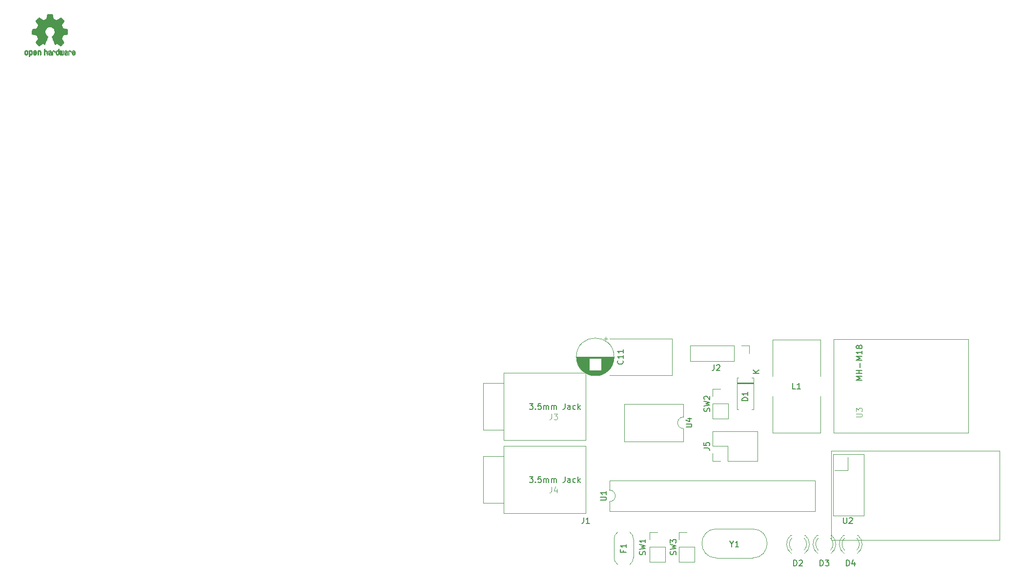
<source format=gbr>
G04 #@! TF.GenerationSoftware,KiCad,Pcbnew,5.1.5-52549c5~84~ubuntu18.04.1*
G04 #@! TF.CreationDate,2020-02-11T17:06:34+00:00*
G04 #@! TF.ProjectId,transmitter,7472616e-736d-4697-9474-65722e6b6963,rev?*
G04 #@! TF.SameCoordinates,Original*
G04 #@! TF.FileFunction,Legend,Top*
G04 #@! TF.FilePolarity,Positive*
%FSLAX46Y46*%
G04 Gerber Fmt 4.6, Leading zero omitted, Abs format (unit mm)*
G04 Created by KiCad (PCBNEW 5.1.5-52549c5~84~ubuntu18.04.1) date 2020-02-11 17:06:34*
%MOMM*%
%LPD*%
G04 APERTURE LIST*
%ADD10C,0.120000*%
%ADD11C,0.010000*%
%ADD12C,0.150000*%
%ADD13C,0.100000*%
G04 APERTURE END LIST*
D10*
X107950000Y-52705000D02*
X97155000Y-52705000D01*
X107950000Y-59055000D02*
X97155000Y-59055000D01*
X107950000Y-52705000D02*
X107950000Y-59055000D01*
D11*
G36*
X-3231114Y-2584505D02*
G01*
X-3156461Y-2621727D01*
X-3090569Y-2690261D01*
X-3072423Y-2715648D01*
X-3052655Y-2748866D01*
X-3039828Y-2784945D01*
X-3032490Y-2833098D01*
X-3029187Y-2902536D01*
X-3028462Y-2994206D01*
X-3031737Y-3119830D01*
X-3043123Y-3214154D01*
X-3064959Y-3284523D01*
X-3099581Y-3338286D01*
X-3149330Y-3382788D01*
X-3152986Y-3385423D01*
X-3202015Y-3412377D01*
X-3261055Y-3425712D01*
X-3336141Y-3429000D01*
X-3458205Y-3429000D01*
X-3458256Y-3547497D01*
X-3459392Y-3613492D01*
X-3466314Y-3652202D01*
X-3484402Y-3675419D01*
X-3519038Y-3694933D01*
X-3527355Y-3698920D01*
X-3566280Y-3717603D01*
X-3596417Y-3729403D01*
X-3618826Y-3730422D01*
X-3634567Y-3716761D01*
X-3644698Y-3684522D01*
X-3650277Y-3629804D01*
X-3652365Y-3548711D01*
X-3652019Y-3437344D01*
X-3650300Y-3291802D01*
X-3649763Y-3248269D01*
X-3647828Y-3098205D01*
X-3646096Y-3000042D01*
X-3458308Y-3000042D01*
X-3457252Y-3083364D01*
X-3452562Y-3137880D01*
X-3441949Y-3173837D01*
X-3423128Y-3201482D01*
X-3410350Y-3214965D01*
X-3358110Y-3254417D01*
X-3311858Y-3257628D01*
X-3264133Y-3225049D01*
X-3262923Y-3223846D01*
X-3243506Y-3198668D01*
X-3231693Y-3164447D01*
X-3225735Y-3111748D01*
X-3223880Y-3031131D01*
X-3223846Y-3013271D01*
X-3228330Y-2902175D01*
X-3242926Y-2825161D01*
X-3269350Y-2778147D01*
X-3309317Y-2757050D01*
X-3332416Y-2754923D01*
X-3387238Y-2764900D01*
X-3424842Y-2797752D01*
X-3447477Y-2857857D01*
X-3457394Y-2949598D01*
X-3458308Y-3000042D01*
X-3646096Y-3000042D01*
X-3645778Y-2982060D01*
X-3643127Y-2894679D01*
X-3639394Y-2830905D01*
X-3634093Y-2785582D01*
X-3626742Y-2753555D01*
X-3616857Y-2729668D01*
X-3603954Y-2708764D01*
X-3598421Y-2700898D01*
X-3525031Y-2626595D01*
X-3432240Y-2584467D01*
X-3324904Y-2572722D01*
X-3231114Y-2584505D01*
G37*
X-3231114Y-2584505D02*
X-3156461Y-2621727D01*
X-3090569Y-2690261D01*
X-3072423Y-2715648D01*
X-3052655Y-2748866D01*
X-3039828Y-2784945D01*
X-3032490Y-2833098D01*
X-3029187Y-2902536D01*
X-3028462Y-2994206D01*
X-3031737Y-3119830D01*
X-3043123Y-3214154D01*
X-3064959Y-3284523D01*
X-3099581Y-3338286D01*
X-3149330Y-3382788D01*
X-3152986Y-3385423D01*
X-3202015Y-3412377D01*
X-3261055Y-3425712D01*
X-3336141Y-3429000D01*
X-3458205Y-3429000D01*
X-3458256Y-3547497D01*
X-3459392Y-3613492D01*
X-3466314Y-3652202D01*
X-3484402Y-3675419D01*
X-3519038Y-3694933D01*
X-3527355Y-3698920D01*
X-3566280Y-3717603D01*
X-3596417Y-3729403D01*
X-3618826Y-3730422D01*
X-3634567Y-3716761D01*
X-3644698Y-3684522D01*
X-3650277Y-3629804D01*
X-3652365Y-3548711D01*
X-3652019Y-3437344D01*
X-3650300Y-3291802D01*
X-3649763Y-3248269D01*
X-3647828Y-3098205D01*
X-3646096Y-3000042D01*
X-3458308Y-3000042D01*
X-3457252Y-3083364D01*
X-3452562Y-3137880D01*
X-3441949Y-3173837D01*
X-3423128Y-3201482D01*
X-3410350Y-3214965D01*
X-3358110Y-3254417D01*
X-3311858Y-3257628D01*
X-3264133Y-3225049D01*
X-3262923Y-3223846D01*
X-3243506Y-3198668D01*
X-3231693Y-3164447D01*
X-3225735Y-3111748D01*
X-3223880Y-3031131D01*
X-3223846Y-3013271D01*
X-3228330Y-2902175D01*
X-3242926Y-2825161D01*
X-3269350Y-2778147D01*
X-3309317Y-2757050D01*
X-3332416Y-2754923D01*
X-3387238Y-2764900D01*
X-3424842Y-2797752D01*
X-3447477Y-2857857D01*
X-3457394Y-2949598D01*
X-3458308Y-3000042D01*
X-3646096Y-3000042D01*
X-3645778Y-2982060D01*
X-3643127Y-2894679D01*
X-3639394Y-2830905D01*
X-3634093Y-2785582D01*
X-3626742Y-2753555D01*
X-3616857Y-2729668D01*
X-3603954Y-2708764D01*
X-3598421Y-2700898D01*
X-3525031Y-2626595D01*
X-3432240Y-2584467D01*
X-3324904Y-2572722D01*
X-3231114Y-2584505D01*
G36*
X-1728336Y-2595089D02*
G01*
X-1665633Y-2631358D01*
X-1622039Y-2667358D01*
X-1590155Y-2705075D01*
X-1568190Y-2751199D01*
X-1554351Y-2812421D01*
X-1546847Y-2895431D01*
X-1543883Y-3006919D01*
X-1543539Y-3087062D01*
X-1543539Y-3382065D01*
X-1709615Y-3456515D01*
X-1719385Y-3133402D01*
X-1723421Y-3012729D01*
X-1727656Y-2925141D01*
X-1732903Y-2864650D01*
X-1739975Y-2825268D01*
X-1749689Y-2801007D01*
X-1762856Y-2785880D01*
X-1767081Y-2782606D01*
X-1831091Y-2757034D01*
X-1895792Y-2767153D01*
X-1934308Y-2794000D01*
X-1949975Y-2813024D01*
X-1960820Y-2837988D01*
X-1967712Y-2875834D01*
X-1971521Y-2933502D01*
X-1973117Y-3017935D01*
X-1973385Y-3105928D01*
X-1973437Y-3216323D01*
X-1975328Y-3294463D01*
X-1981655Y-3347165D01*
X-1995017Y-3381242D01*
X-2018015Y-3403511D01*
X-2053246Y-3420787D01*
X-2100303Y-3438738D01*
X-2151697Y-3458278D01*
X-2145579Y-3111485D01*
X-2143116Y-2986468D01*
X-2140233Y-2894082D01*
X-2136102Y-2827881D01*
X-2129893Y-2781420D01*
X-2120774Y-2748256D01*
X-2107917Y-2721944D01*
X-2092416Y-2698729D01*
X-2017629Y-2624569D01*
X-1926372Y-2581684D01*
X-1827117Y-2571412D01*
X-1728336Y-2595089D01*
G37*
X-1728336Y-2595089D02*
X-1665633Y-2631358D01*
X-1622039Y-2667358D01*
X-1590155Y-2705075D01*
X-1568190Y-2751199D01*
X-1554351Y-2812421D01*
X-1546847Y-2895431D01*
X-1543883Y-3006919D01*
X-1543539Y-3087062D01*
X-1543539Y-3382065D01*
X-1709615Y-3456515D01*
X-1719385Y-3133402D01*
X-1723421Y-3012729D01*
X-1727656Y-2925141D01*
X-1732903Y-2864650D01*
X-1739975Y-2825268D01*
X-1749689Y-2801007D01*
X-1762856Y-2785880D01*
X-1767081Y-2782606D01*
X-1831091Y-2757034D01*
X-1895792Y-2767153D01*
X-1934308Y-2794000D01*
X-1949975Y-2813024D01*
X-1960820Y-2837988D01*
X-1967712Y-2875834D01*
X-1971521Y-2933502D01*
X-1973117Y-3017935D01*
X-1973385Y-3105928D01*
X-1973437Y-3216323D01*
X-1975328Y-3294463D01*
X-1981655Y-3347165D01*
X-1995017Y-3381242D01*
X-2018015Y-3403511D01*
X-2053246Y-3420787D01*
X-2100303Y-3438738D01*
X-2151697Y-3458278D01*
X-2145579Y-3111485D01*
X-2143116Y-2986468D01*
X-2140233Y-2894082D01*
X-2136102Y-2827881D01*
X-2129893Y-2781420D01*
X-2120774Y-2748256D01*
X-2107917Y-2721944D01*
X-2092416Y-2698729D01*
X-2017629Y-2624569D01*
X-1926372Y-2581684D01*
X-1827117Y-2571412D01*
X-1728336Y-2595089D01*
G36*
X-3983114Y-2587256D02*
G01*
X-3891536Y-2635409D01*
X-3823951Y-2712905D01*
X-3799943Y-2762727D01*
X-3781262Y-2837533D01*
X-3771699Y-2932052D01*
X-3770792Y-3035210D01*
X-3778079Y-3135935D01*
X-3793097Y-3223153D01*
X-3815385Y-3285791D01*
X-3822235Y-3296579D01*
X-3903368Y-3377105D01*
X-3999734Y-3425336D01*
X-4104299Y-3439450D01*
X-4210032Y-3417629D01*
X-4239457Y-3404547D01*
X-4296759Y-3364231D01*
X-4347050Y-3310775D01*
X-4351803Y-3303995D01*
X-4371122Y-3271321D01*
X-4383892Y-3236394D01*
X-4391436Y-3190414D01*
X-4395076Y-3124584D01*
X-4396135Y-3030105D01*
X-4396154Y-3008923D01*
X-4396106Y-3002182D01*
X-4200769Y-3002182D01*
X-4199632Y-3091349D01*
X-4195159Y-3150520D01*
X-4185754Y-3188741D01*
X-4169824Y-3215053D01*
X-4161692Y-3223846D01*
X-4114942Y-3257261D01*
X-4069553Y-3255737D01*
X-4023660Y-3226752D01*
X-3996288Y-3195809D01*
X-3980077Y-3150643D01*
X-3970974Y-3079420D01*
X-3970349Y-3071114D01*
X-3968796Y-2942037D01*
X-3985035Y-2846172D01*
X-4018848Y-2784107D01*
X-4070016Y-2756432D01*
X-4088280Y-2754923D01*
X-4136240Y-2762513D01*
X-4169047Y-2788808D01*
X-4189105Y-2839095D01*
X-4198822Y-2918664D01*
X-4200769Y-3002182D01*
X-4396106Y-3002182D01*
X-4395426Y-2908249D01*
X-4392371Y-2837906D01*
X-4385678Y-2789163D01*
X-4374040Y-2753288D01*
X-4356147Y-2721548D01*
X-4352192Y-2715648D01*
X-4285733Y-2636104D01*
X-4213315Y-2589929D01*
X-4125151Y-2571599D01*
X-4095213Y-2570703D01*
X-3983114Y-2587256D01*
G37*
X-3983114Y-2587256D02*
X-3891536Y-2635409D01*
X-3823951Y-2712905D01*
X-3799943Y-2762727D01*
X-3781262Y-2837533D01*
X-3771699Y-2932052D01*
X-3770792Y-3035210D01*
X-3778079Y-3135935D01*
X-3793097Y-3223153D01*
X-3815385Y-3285791D01*
X-3822235Y-3296579D01*
X-3903368Y-3377105D01*
X-3999734Y-3425336D01*
X-4104299Y-3439450D01*
X-4210032Y-3417629D01*
X-4239457Y-3404547D01*
X-4296759Y-3364231D01*
X-4347050Y-3310775D01*
X-4351803Y-3303995D01*
X-4371122Y-3271321D01*
X-4383892Y-3236394D01*
X-4391436Y-3190414D01*
X-4395076Y-3124584D01*
X-4396135Y-3030105D01*
X-4396154Y-3008923D01*
X-4396106Y-3002182D01*
X-4200769Y-3002182D01*
X-4199632Y-3091349D01*
X-4195159Y-3150520D01*
X-4185754Y-3188741D01*
X-4169824Y-3215053D01*
X-4161692Y-3223846D01*
X-4114942Y-3257261D01*
X-4069553Y-3255737D01*
X-4023660Y-3226752D01*
X-3996288Y-3195809D01*
X-3980077Y-3150643D01*
X-3970974Y-3079420D01*
X-3970349Y-3071114D01*
X-3968796Y-2942037D01*
X-3985035Y-2846172D01*
X-4018848Y-2784107D01*
X-4070016Y-2756432D01*
X-4088280Y-2754923D01*
X-4136240Y-2762513D01*
X-4169047Y-2788808D01*
X-4189105Y-2839095D01*
X-4198822Y-2918664D01*
X-4200769Y-3002182D01*
X-4396106Y-3002182D01*
X-4395426Y-2908249D01*
X-4392371Y-2837906D01*
X-4385678Y-2789163D01*
X-4374040Y-2753288D01*
X-4356147Y-2721548D01*
X-4352192Y-2715648D01*
X-4285733Y-2636104D01*
X-4213315Y-2589929D01*
X-4125151Y-2571599D01*
X-4095213Y-2570703D01*
X-3983114Y-2587256D01*
G36*
X-2465746Y-2599745D02*
G01*
X-2388714Y-2651567D01*
X-2329184Y-2726412D01*
X-2293622Y-2821654D01*
X-2286429Y-2891756D01*
X-2287246Y-2921009D01*
X-2294086Y-2943407D01*
X-2312888Y-2963474D01*
X-2349592Y-2985733D01*
X-2410138Y-3014709D01*
X-2500466Y-3054927D01*
X-2500923Y-3055129D01*
X-2584067Y-3093210D01*
X-2652247Y-3127025D01*
X-2698495Y-3152933D01*
X-2715842Y-3167295D01*
X-2715846Y-3167411D01*
X-2700557Y-3198685D01*
X-2664804Y-3233157D01*
X-2623758Y-3257990D01*
X-2602963Y-3262923D01*
X-2546230Y-3245862D01*
X-2497373Y-3203133D01*
X-2473535Y-3156155D01*
X-2450603Y-3121522D01*
X-2405682Y-3082081D01*
X-2352877Y-3048009D01*
X-2306290Y-3029480D01*
X-2296548Y-3028462D01*
X-2285582Y-3045215D01*
X-2284921Y-3088039D01*
X-2292980Y-3145781D01*
X-2308173Y-3207289D01*
X-2328914Y-3261409D01*
X-2329962Y-3263510D01*
X-2392379Y-3350660D01*
X-2473274Y-3409939D01*
X-2565144Y-3439034D01*
X-2660487Y-3435634D01*
X-2751802Y-3397428D01*
X-2755862Y-3394741D01*
X-2827694Y-3329642D01*
X-2874927Y-3244705D01*
X-2901066Y-3133021D01*
X-2904574Y-3101643D01*
X-2910787Y-2953536D01*
X-2903339Y-2884468D01*
X-2715846Y-2884468D01*
X-2713410Y-2927552D01*
X-2700086Y-2940126D01*
X-2666868Y-2930719D01*
X-2614506Y-2908483D01*
X-2555976Y-2880610D01*
X-2554521Y-2879872D01*
X-2504911Y-2853777D01*
X-2485000Y-2836363D01*
X-2489910Y-2818107D01*
X-2510584Y-2794120D01*
X-2563181Y-2759406D01*
X-2619823Y-2756856D01*
X-2670631Y-2782119D01*
X-2705724Y-2830847D01*
X-2715846Y-2884468D01*
X-2903339Y-2884468D01*
X-2898008Y-2835036D01*
X-2865222Y-2741055D01*
X-2819579Y-2675215D01*
X-2737198Y-2608681D01*
X-2646454Y-2575676D01*
X-2553815Y-2573573D01*
X-2465746Y-2599745D01*
G37*
X-2465746Y-2599745D02*
X-2388714Y-2651567D01*
X-2329184Y-2726412D01*
X-2293622Y-2821654D01*
X-2286429Y-2891756D01*
X-2287246Y-2921009D01*
X-2294086Y-2943407D01*
X-2312888Y-2963474D01*
X-2349592Y-2985733D01*
X-2410138Y-3014709D01*
X-2500466Y-3054927D01*
X-2500923Y-3055129D01*
X-2584067Y-3093210D01*
X-2652247Y-3127025D01*
X-2698495Y-3152933D01*
X-2715842Y-3167295D01*
X-2715846Y-3167411D01*
X-2700557Y-3198685D01*
X-2664804Y-3233157D01*
X-2623758Y-3257990D01*
X-2602963Y-3262923D01*
X-2546230Y-3245862D01*
X-2497373Y-3203133D01*
X-2473535Y-3156155D01*
X-2450603Y-3121522D01*
X-2405682Y-3082081D01*
X-2352877Y-3048009D01*
X-2306290Y-3029480D01*
X-2296548Y-3028462D01*
X-2285582Y-3045215D01*
X-2284921Y-3088039D01*
X-2292980Y-3145781D01*
X-2308173Y-3207289D01*
X-2328914Y-3261409D01*
X-2329962Y-3263510D01*
X-2392379Y-3350660D01*
X-2473274Y-3409939D01*
X-2565144Y-3439034D01*
X-2660487Y-3435634D01*
X-2751802Y-3397428D01*
X-2755862Y-3394741D01*
X-2827694Y-3329642D01*
X-2874927Y-3244705D01*
X-2901066Y-3133021D01*
X-2904574Y-3101643D01*
X-2910787Y-2953536D01*
X-2903339Y-2884468D01*
X-2715846Y-2884468D01*
X-2713410Y-2927552D01*
X-2700086Y-2940126D01*
X-2666868Y-2930719D01*
X-2614506Y-2908483D01*
X-2555976Y-2880610D01*
X-2554521Y-2879872D01*
X-2504911Y-2853777D01*
X-2485000Y-2836363D01*
X-2489910Y-2818107D01*
X-2510584Y-2794120D01*
X-2563181Y-2759406D01*
X-2619823Y-2756856D01*
X-2670631Y-2782119D01*
X-2705724Y-2830847D01*
X-2715846Y-2884468D01*
X-2903339Y-2884468D01*
X-2898008Y-2835036D01*
X-2865222Y-2741055D01*
X-2819579Y-2675215D01*
X-2737198Y-2608681D01*
X-2646454Y-2575676D01*
X-2553815Y-2573573D01*
X-2465746Y-2599745D01*
G36*
X-840154Y-2492120D02*
G01*
X-834428Y-2571980D01*
X-827851Y-2619039D01*
X-818738Y-2639566D01*
X-805402Y-2639829D01*
X-801077Y-2637378D01*
X-743556Y-2619636D01*
X-668732Y-2620672D01*
X-592661Y-2638910D01*
X-545082Y-2662505D01*
X-496298Y-2700198D01*
X-460636Y-2742855D01*
X-436155Y-2797057D01*
X-420913Y-2869384D01*
X-412970Y-2966419D01*
X-410384Y-3094742D01*
X-410338Y-3119358D01*
X-410308Y-3395870D01*
X-471839Y-3417320D01*
X-515541Y-3431912D01*
X-539518Y-3438706D01*
X-540223Y-3438769D01*
X-542585Y-3420345D01*
X-544594Y-3369526D01*
X-546099Y-3292993D01*
X-546947Y-3197430D01*
X-547077Y-3139329D01*
X-547349Y-3024771D01*
X-548748Y-2942667D01*
X-552151Y-2886393D01*
X-558433Y-2849326D01*
X-568471Y-2824844D01*
X-583139Y-2806325D01*
X-592298Y-2797406D01*
X-655211Y-2761466D01*
X-723864Y-2758775D01*
X-786152Y-2789170D01*
X-797671Y-2800144D01*
X-814567Y-2820779D01*
X-826286Y-2845256D01*
X-833767Y-2880647D01*
X-837946Y-2934026D01*
X-839763Y-3012466D01*
X-840154Y-3120617D01*
X-840154Y-3395870D01*
X-901685Y-3417320D01*
X-945387Y-3431912D01*
X-969364Y-3438706D01*
X-970070Y-3438769D01*
X-971874Y-3420069D01*
X-973500Y-3367322D01*
X-974883Y-3285557D01*
X-975958Y-3179805D01*
X-976660Y-3055094D01*
X-976923Y-2916455D01*
X-976923Y-2381806D01*
X-849923Y-2328236D01*
X-840154Y-2492120D01*
G37*
X-840154Y-2492120D02*
X-834428Y-2571980D01*
X-827851Y-2619039D01*
X-818738Y-2639566D01*
X-805402Y-2639829D01*
X-801077Y-2637378D01*
X-743556Y-2619636D01*
X-668732Y-2620672D01*
X-592661Y-2638910D01*
X-545082Y-2662505D01*
X-496298Y-2700198D01*
X-460636Y-2742855D01*
X-436155Y-2797057D01*
X-420913Y-2869384D01*
X-412970Y-2966419D01*
X-410384Y-3094742D01*
X-410338Y-3119358D01*
X-410308Y-3395870D01*
X-471839Y-3417320D01*
X-515541Y-3431912D01*
X-539518Y-3438706D01*
X-540223Y-3438769D01*
X-542585Y-3420345D01*
X-544594Y-3369526D01*
X-546099Y-3292993D01*
X-546947Y-3197430D01*
X-547077Y-3139329D01*
X-547349Y-3024771D01*
X-548748Y-2942667D01*
X-552151Y-2886393D01*
X-558433Y-2849326D01*
X-568471Y-2824844D01*
X-583139Y-2806325D01*
X-592298Y-2797406D01*
X-655211Y-2761466D01*
X-723864Y-2758775D01*
X-786152Y-2789170D01*
X-797671Y-2800144D01*
X-814567Y-2820779D01*
X-826286Y-2845256D01*
X-833767Y-2880647D01*
X-837946Y-2934026D01*
X-839763Y-3012466D01*
X-840154Y-3120617D01*
X-840154Y-3395870D01*
X-901685Y-3417320D01*
X-945387Y-3431912D01*
X-969364Y-3438706D01*
X-970070Y-3438769D01*
X-971874Y-3420069D01*
X-973500Y-3367322D01*
X-974883Y-3285557D01*
X-975958Y-3179805D01*
X-976660Y-3055094D01*
X-976923Y-2916455D01*
X-976923Y-2381806D01*
X-849923Y-2328236D01*
X-840154Y-2492120D01*
G36*
X53501Y-2626303D02*
G01*
X130060Y-2654733D01*
X130936Y-2655279D01*
X178285Y-2690127D01*
X213241Y-2730852D01*
X237825Y-2783925D01*
X254062Y-2855814D01*
X263975Y-2952992D01*
X269586Y-3081928D01*
X270077Y-3100298D01*
X277141Y-3377287D01*
X217695Y-3408028D01*
X174681Y-3428802D01*
X148710Y-3438646D01*
X147509Y-3438769D01*
X143014Y-3420606D01*
X139444Y-3371612D01*
X137248Y-3300031D01*
X136769Y-3242068D01*
X136758Y-3148170D01*
X132466Y-3089203D01*
X117503Y-3061079D01*
X85482Y-3059706D01*
X30014Y-3080998D01*
X-53731Y-3120136D01*
X-115311Y-3152643D01*
X-146983Y-3180845D01*
X-156294Y-3211582D01*
X-156308Y-3213104D01*
X-140943Y-3266054D01*
X-95453Y-3294660D01*
X-25834Y-3298803D01*
X24313Y-3298084D01*
X50754Y-3312527D01*
X67243Y-3347218D01*
X76733Y-3391416D01*
X63057Y-3416493D01*
X57907Y-3420082D01*
X9425Y-3434496D01*
X-58469Y-3436537D01*
X-128388Y-3426983D01*
X-177932Y-3409522D01*
X-246430Y-3351364D01*
X-285366Y-3270408D01*
X-293077Y-3207160D01*
X-287193Y-3150111D01*
X-265899Y-3103542D01*
X-223735Y-3062181D01*
X-155241Y-3020755D01*
X-54956Y-2973993D01*
X-48846Y-2971350D01*
X41490Y-2929617D01*
X97235Y-2895391D01*
X121129Y-2864635D01*
X115913Y-2833311D01*
X84328Y-2797383D01*
X74883Y-2789116D01*
X11617Y-2757058D01*
X-53936Y-2758407D01*
X-111028Y-2789838D01*
X-148907Y-2848024D01*
X-152426Y-2859446D01*
X-186700Y-2914837D01*
X-230191Y-2941518D01*
X-293077Y-2967960D01*
X-293077Y-2899548D01*
X-273948Y-2800110D01*
X-217169Y-2708902D01*
X-187622Y-2678389D01*
X-120458Y-2639228D01*
X-35044Y-2621500D01*
X53501Y-2626303D01*
G37*
X53501Y-2626303D02*
X130060Y-2654733D01*
X130936Y-2655279D01*
X178285Y-2690127D01*
X213241Y-2730852D01*
X237825Y-2783925D01*
X254062Y-2855814D01*
X263975Y-2952992D01*
X269586Y-3081928D01*
X270077Y-3100298D01*
X277141Y-3377287D01*
X217695Y-3408028D01*
X174681Y-3428802D01*
X148710Y-3438646D01*
X147509Y-3438769D01*
X143014Y-3420606D01*
X139444Y-3371612D01*
X137248Y-3300031D01*
X136769Y-3242068D01*
X136758Y-3148170D01*
X132466Y-3089203D01*
X117503Y-3061079D01*
X85482Y-3059706D01*
X30014Y-3080998D01*
X-53731Y-3120136D01*
X-115311Y-3152643D01*
X-146983Y-3180845D01*
X-156294Y-3211582D01*
X-156308Y-3213104D01*
X-140943Y-3266054D01*
X-95453Y-3294660D01*
X-25834Y-3298803D01*
X24313Y-3298084D01*
X50754Y-3312527D01*
X67243Y-3347218D01*
X76733Y-3391416D01*
X63057Y-3416493D01*
X57907Y-3420082D01*
X9425Y-3434496D01*
X-58469Y-3436537D01*
X-128388Y-3426983D01*
X-177932Y-3409522D01*
X-246430Y-3351364D01*
X-285366Y-3270408D01*
X-293077Y-3207160D01*
X-287193Y-3150111D01*
X-265899Y-3103542D01*
X-223735Y-3062181D01*
X-155241Y-3020755D01*
X-54956Y-2973993D01*
X-48846Y-2971350D01*
X41490Y-2929617D01*
X97235Y-2895391D01*
X121129Y-2864635D01*
X115913Y-2833311D01*
X84328Y-2797383D01*
X74883Y-2789116D01*
X11617Y-2757058D01*
X-53936Y-2758407D01*
X-111028Y-2789838D01*
X-148907Y-2848024D01*
X-152426Y-2859446D01*
X-186700Y-2914837D01*
X-230191Y-2941518D01*
X-293077Y-2967960D01*
X-293077Y-2899548D01*
X-273948Y-2800110D01*
X-217169Y-2708902D01*
X-187622Y-2678389D01*
X-120458Y-2639228D01*
X-35044Y-2621500D01*
X53501Y-2626303D01*
G36*
X713362Y-2624670D02*
G01*
X802117Y-2657421D01*
X874022Y-2715350D01*
X902144Y-2756128D01*
X932802Y-2830954D01*
X932165Y-2885058D01*
X899987Y-2921446D01*
X888081Y-2927633D01*
X836675Y-2946925D01*
X810422Y-2941982D01*
X801530Y-2909587D01*
X801077Y-2891692D01*
X784797Y-2825859D01*
X742365Y-2779807D01*
X683388Y-2757564D01*
X617475Y-2763161D01*
X563895Y-2792229D01*
X545798Y-2808810D01*
X532971Y-2828925D01*
X524306Y-2859332D01*
X518696Y-2906788D01*
X515035Y-2978050D01*
X512215Y-3079875D01*
X511484Y-3112115D01*
X508820Y-3222410D01*
X505792Y-3300036D01*
X501250Y-3351396D01*
X494046Y-3382890D01*
X483033Y-3400920D01*
X467060Y-3411888D01*
X456834Y-3416733D01*
X413406Y-3433301D01*
X387842Y-3438769D01*
X379395Y-3420507D01*
X374239Y-3365296D01*
X372346Y-3272499D01*
X373689Y-3141478D01*
X374107Y-3121269D01*
X377058Y-3001733D01*
X380548Y-2914449D01*
X385514Y-2852591D01*
X392893Y-2809336D01*
X403624Y-2777860D01*
X418645Y-2751339D01*
X426502Y-2739975D01*
X471553Y-2689692D01*
X521940Y-2650581D01*
X528108Y-2647167D01*
X618458Y-2620212D01*
X713362Y-2624670D01*
G37*
X713362Y-2624670D02*
X802117Y-2657421D01*
X874022Y-2715350D01*
X902144Y-2756128D01*
X932802Y-2830954D01*
X932165Y-2885058D01*
X899987Y-2921446D01*
X888081Y-2927633D01*
X836675Y-2946925D01*
X810422Y-2941982D01*
X801530Y-2909587D01*
X801077Y-2891692D01*
X784797Y-2825859D01*
X742365Y-2779807D01*
X683388Y-2757564D01*
X617475Y-2763161D01*
X563895Y-2792229D01*
X545798Y-2808810D01*
X532971Y-2828925D01*
X524306Y-2859332D01*
X518696Y-2906788D01*
X515035Y-2978050D01*
X512215Y-3079875D01*
X511484Y-3112115D01*
X508820Y-3222410D01*
X505792Y-3300036D01*
X501250Y-3351396D01*
X494046Y-3382890D01*
X483033Y-3400920D01*
X467060Y-3411888D01*
X456834Y-3416733D01*
X413406Y-3433301D01*
X387842Y-3438769D01*
X379395Y-3420507D01*
X374239Y-3365296D01*
X372346Y-3272499D01*
X373689Y-3141478D01*
X374107Y-3121269D01*
X377058Y-3001733D01*
X380548Y-2914449D01*
X385514Y-2852591D01*
X392893Y-2809336D01*
X403624Y-2777860D01*
X418645Y-2751339D01*
X426502Y-2739975D01*
X471553Y-2689692D01*
X521940Y-2650581D01*
X528108Y-2647167D01*
X618458Y-2620212D01*
X713362Y-2624670D01*
G36*
X1602081Y-2780289D02*
G01*
X1601833Y-2926320D01*
X1600872Y-3038655D01*
X1598794Y-3122678D01*
X1595193Y-3183769D01*
X1589665Y-3227309D01*
X1581804Y-3258679D01*
X1571207Y-3283262D01*
X1563182Y-3297294D01*
X1496728Y-3373388D01*
X1412470Y-3421084D01*
X1319249Y-3438199D01*
X1225900Y-3422546D01*
X1170312Y-3394418D01*
X1111957Y-3345760D01*
X1072186Y-3286333D01*
X1048190Y-3208507D01*
X1037161Y-3104652D01*
X1035599Y-3028462D01*
X1035809Y-3022986D01*
X1172308Y-3022986D01*
X1173141Y-3110355D01*
X1176961Y-3168192D01*
X1185746Y-3206029D01*
X1201474Y-3233398D01*
X1220266Y-3254042D01*
X1283375Y-3293890D01*
X1351137Y-3297295D01*
X1415179Y-3264025D01*
X1420164Y-3259517D01*
X1441439Y-3236067D01*
X1454779Y-3208166D01*
X1462001Y-3166641D01*
X1464923Y-3102316D01*
X1465385Y-3031200D01*
X1464383Y-2941858D01*
X1460238Y-2882258D01*
X1451236Y-2843089D01*
X1435667Y-2815040D01*
X1422902Y-2800144D01*
X1363600Y-2762575D01*
X1295301Y-2758057D01*
X1230110Y-2786753D01*
X1217528Y-2797406D01*
X1196111Y-2821063D01*
X1182744Y-2849251D01*
X1175566Y-2891245D01*
X1172719Y-2956319D01*
X1172308Y-3022986D01*
X1035809Y-3022986D01*
X1040322Y-2905765D01*
X1056362Y-2813577D01*
X1086528Y-2744269D01*
X1133629Y-2690211D01*
X1170312Y-2662505D01*
X1236990Y-2632572D01*
X1314272Y-2618678D01*
X1386110Y-2622397D01*
X1426308Y-2637400D01*
X1442082Y-2641670D01*
X1452550Y-2625750D01*
X1459856Y-2583089D01*
X1465385Y-2518106D01*
X1471437Y-2445732D01*
X1479844Y-2402187D01*
X1495141Y-2377287D01*
X1521864Y-2360845D01*
X1538654Y-2353564D01*
X1602154Y-2326963D01*
X1602081Y-2780289D01*
G37*
X1602081Y-2780289D02*
X1601833Y-2926320D01*
X1600872Y-3038655D01*
X1598794Y-3122678D01*
X1595193Y-3183769D01*
X1589665Y-3227309D01*
X1581804Y-3258679D01*
X1571207Y-3283262D01*
X1563182Y-3297294D01*
X1496728Y-3373388D01*
X1412470Y-3421084D01*
X1319249Y-3438199D01*
X1225900Y-3422546D01*
X1170312Y-3394418D01*
X1111957Y-3345760D01*
X1072186Y-3286333D01*
X1048190Y-3208507D01*
X1037161Y-3104652D01*
X1035599Y-3028462D01*
X1035809Y-3022986D01*
X1172308Y-3022986D01*
X1173141Y-3110355D01*
X1176961Y-3168192D01*
X1185746Y-3206029D01*
X1201474Y-3233398D01*
X1220266Y-3254042D01*
X1283375Y-3293890D01*
X1351137Y-3297295D01*
X1415179Y-3264025D01*
X1420164Y-3259517D01*
X1441439Y-3236067D01*
X1454779Y-3208166D01*
X1462001Y-3166641D01*
X1464923Y-3102316D01*
X1465385Y-3031200D01*
X1464383Y-2941858D01*
X1460238Y-2882258D01*
X1451236Y-2843089D01*
X1435667Y-2815040D01*
X1422902Y-2800144D01*
X1363600Y-2762575D01*
X1295301Y-2758057D01*
X1230110Y-2786753D01*
X1217528Y-2797406D01*
X1196111Y-2821063D01*
X1182744Y-2849251D01*
X1175566Y-2891245D01*
X1172719Y-2956319D01*
X1172308Y-3022986D01*
X1035809Y-3022986D01*
X1040322Y-2905765D01*
X1056362Y-2813577D01*
X1086528Y-2744269D01*
X1133629Y-2690211D01*
X1170312Y-2662505D01*
X1236990Y-2632572D01*
X1314272Y-2618678D01*
X1386110Y-2622397D01*
X1426308Y-2637400D01*
X1442082Y-2641670D01*
X1452550Y-2625750D01*
X1459856Y-2583089D01*
X1465385Y-2518106D01*
X1471437Y-2445732D01*
X1479844Y-2402187D01*
X1495141Y-2377287D01*
X1521864Y-2360845D01*
X1538654Y-2353564D01*
X1602154Y-2326963D01*
X1602081Y-2780289D01*
G36*
X2395929Y-2636662D02*
G01*
X2398911Y-2688068D01*
X2401247Y-2766192D01*
X2402749Y-2864857D01*
X2403231Y-2968343D01*
X2403231Y-3318533D01*
X2341401Y-3380363D01*
X2298793Y-3418462D01*
X2261390Y-3433895D01*
X2210270Y-3432918D01*
X2189978Y-3430433D01*
X2126554Y-3423200D01*
X2074095Y-3419055D01*
X2061308Y-3418672D01*
X2018199Y-3421176D01*
X1956544Y-3427462D01*
X1932638Y-3430433D01*
X1873922Y-3435028D01*
X1834464Y-3425046D01*
X1795338Y-3394228D01*
X1781215Y-3380363D01*
X1719385Y-3318533D01*
X1719385Y-2663503D01*
X1769150Y-2640829D01*
X1812002Y-2624034D01*
X1837073Y-2618154D01*
X1843501Y-2636736D01*
X1849509Y-2688655D01*
X1854697Y-2768172D01*
X1858664Y-2869546D01*
X1860577Y-2955192D01*
X1865923Y-3292231D01*
X1912560Y-3298825D01*
X1954976Y-3294214D01*
X1975760Y-3279287D01*
X1981570Y-3251377D01*
X1986530Y-3191925D01*
X1990246Y-3108466D01*
X1992324Y-3008532D01*
X1992624Y-2957104D01*
X1992923Y-2661054D01*
X2054454Y-2639604D01*
X2098004Y-2625020D01*
X2121694Y-2618219D01*
X2122377Y-2618154D01*
X2124754Y-2636642D01*
X2127366Y-2687906D01*
X2129995Y-2765649D01*
X2132421Y-2863574D01*
X2134115Y-2955192D01*
X2139461Y-3292231D01*
X2256692Y-3292231D01*
X2262072Y-2984746D01*
X2267451Y-2677261D01*
X2324601Y-2647707D01*
X2366797Y-2627413D01*
X2391770Y-2618204D01*
X2392491Y-2618154D01*
X2395929Y-2636662D01*
G37*
X2395929Y-2636662D02*
X2398911Y-2688068D01*
X2401247Y-2766192D01*
X2402749Y-2864857D01*
X2403231Y-2968343D01*
X2403231Y-3318533D01*
X2341401Y-3380363D01*
X2298793Y-3418462D01*
X2261390Y-3433895D01*
X2210270Y-3432918D01*
X2189978Y-3430433D01*
X2126554Y-3423200D01*
X2074095Y-3419055D01*
X2061308Y-3418672D01*
X2018199Y-3421176D01*
X1956544Y-3427462D01*
X1932638Y-3430433D01*
X1873922Y-3435028D01*
X1834464Y-3425046D01*
X1795338Y-3394228D01*
X1781215Y-3380363D01*
X1719385Y-3318533D01*
X1719385Y-2663503D01*
X1769150Y-2640829D01*
X1812002Y-2624034D01*
X1837073Y-2618154D01*
X1843501Y-2636736D01*
X1849509Y-2688655D01*
X1854697Y-2768172D01*
X1858664Y-2869546D01*
X1860577Y-2955192D01*
X1865923Y-3292231D01*
X1912560Y-3298825D01*
X1954976Y-3294214D01*
X1975760Y-3279287D01*
X1981570Y-3251377D01*
X1986530Y-3191925D01*
X1990246Y-3108466D01*
X1992324Y-3008532D01*
X1992624Y-2957104D01*
X1992923Y-2661054D01*
X2054454Y-2639604D01*
X2098004Y-2625020D01*
X2121694Y-2618219D01*
X2122377Y-2618154D01*
X2124754Y-2636642D01*
X2127366Y-2687906D01*
X2129995Y-2765649D01*
X2132421Y-2863574D01*
X2134115Y-2955192D01*
X2139461Y-3292231D01*
X2256692Y-3292231D01*
X2262072Y-2984746D01*
X2267451Y-2677261D01*
X2324601Y-2647707D01*
X2366797Y-2627413D01*
X2391770Y-2618204D01*
X2392491Y-2618154D01*
X2395929Y-2636662D01*
G36*
X2887333Y-2633528D02*
G01*
X2943590Y-2659117D01*
X2987747Y-2690124D01*
X3020101Y-2724795D01*
X3042438Y-2769520D01*
X3056546Y-2830692D01*
X3064211Y-2914701D01*
X3067220Y-3027940D01*
X3067538Y-3102509D01*
X3067538Y-3393420D01*
X3017773Y-3416095D01*
X2978576Y-3432667D01*
X2959157Y-3438769D01*
X2955442Y-3420610D01*
X2952495Y-3371648D01*
X2950691Y-3300153D01*
X2950308Y-3243385D01*
X2948661Y-3161371D01*
X2944222Y-3096309D01*
X2937740Y-3056467D01*
X2932590Y-3048000D01*
X2897977Y-3056646D01*
X2843640Y-3078823D01*
X2780722Y-3108886D01*
X2720368Y-3141192D01*
X2673721Y-3170098D01*
X2651926Y-3189961D01*
X2651839Y-3190175D01*
X2653714Y-3226935D01*
X2670525Y-3262026D01*
X2700039Y-3290528D01*
X2743116Y-3300061D01*
X2779932Y-3298950D01*
X2832074Y-3298133D01*
X2859444Y-3310349D01*
X2875882Y-3342624D01*
X2877955Y-3348710D01*
X2885081Y-3394739D01*
X2866024Y-3422687D01*
X2816353Y-3436007D01*
X2762697Y-3438470D01*
X2666142Y-3420210D01*
X2616159Y-3394131D01*
X2554429Y-3332868D01*
X2521690Y-3257670D01*
X2518753Y-3178211D01*
X2546424Y-3104167D01*
X2588047Y-3057769D01*
X2629604Y-3031793D01*
X2694922Y-2998907D01*
X2771038Y-2965557D01*
X2783726Y-2960461D01*
X2867333Y-2923565D01*
X2915530Y-2891046D01*
X2931030Y-2858718D01*
X2916550Y-2822394D01*
X2891692Y-2794000D01*
X2832939Y-2759039D01*
X2768293Y-2756417D01*
X2709008Y-2783358D01*
X2666339Y-2837088D01*
X2660739Y-2850950D01*
X2628133Y-2901936D01*
X2580530Y-2939787D01*
X2520461Y-2970850D01*
X2520461Y-2882768D01*
X2523997Y-2828951D01*
X2539156Y-2786534D01*
X2572768Y-2741279D01*
X2605035Y-2706420D01*
X2655209Y-2657062D01*
X2694193Y-2630547D01*
X2736064Y-2619911D01*
X2783460Y-2618154D01*
X2887333Y-2633528D01*
G37*
X2887333Y-2633528D02*
X2943590Y-2659117D01*
X2987747Y-2690124D01*
X3020101Y-2724795D01*
X3042438Y-2769520D01*
X3056546Y-2830692D01*
X3064211Y-2914701D01*
X3067220Y-3027940D01*
X3067538Y-3102509D01*
X3067538Y-3393420D01*
X3017773Y-3416095D01*
X2978576Y-3432667D01*
X2959157Y-3438769D01*
X2955442Y-3420610D01*
X2952495Y-3371648D01*
X2950691Y-3300153D01*
X2950308Y-3243385D01*
X2948661Y-3161371D01*
X2944222Y-3096309D01*
X2937740Y-3056467D01*
X2932590Y-3048000D01*
X2897977Y-3056646D01*
X2843640Y-3078823D01*
X2780722Y-3108886D01*
X2720368Y-3141192D01*
X2673721Y-3170098D01*
X2651926Y-3189961D01*
X2651839Y-3190175D01*
X2653714Y-3226935D01*
X2670525Y-3262026D01*
X2700039Y-3290528D01*
X2743116Y-3300061D01*
X2779932Y-3298950D01*
X2832074Y-3298133D01*
X2859444Y-3310349D01*
X2875882Y-3342624D01*
X2877955Y-3348710D01*
X2885081Y-3394739D01*
X2866024Y-3422687D01*
X2816353Y-3436007D01*
X2762697Y-3438470D01*
X2666142Y-3420210D01*
X2616159Y-3394131D01*
X2554429Y-3332868D01*
X2521690Y-3257670D01*
X2518753Y-3178211D01*
X2546424Y-3104167D01*
X2588047Y-3057769D01*
X2629604Y-3031793D01*
X2694922Y-2998907D01*
X2771038Y-2965557D01*
X2783726Y-2960461D01*
X2867333Y-2923565D01*
X2915530Y-2891046D01*
X2931030Y-2858718D01*
X2916550Y-2822394D01*
X2891692Y-2794000D01*
X2832939Y-2759039D01*
X2768293Y-2756417D01*
X2709008Y-2783358D01*
X2666339Y-2837088D01*
X2660739Y-2850950D01*
X2628133Y-2901936D01*
X2580530Y-2939787D01*
X2520461Y-2970850D01*
X2520461Y-2882768D01*
X2523997Y-2828951D01*
X2539156Y-2786534D01*
X2572768Y-2741279D01*
X2605035Y-2706420D01*
X2655209Y-2657062D01*
X2694193Y-2630547D01*
X2736064Y-2619911D01*
X2783460Y-2618154D01*
X2887333Y-2633528D01*
G36*
X3570807Y-2636782D02*
G01*
X3594161Y-2646988D01*
X3649902Y-2691134D01*
X3697569Y-2754967D01*
X3727048Y-2823087D01*
X3731846Y-2856670D01*
X3715760Y-2903556D01*
X3680475Y-2928365D01*
X3642644Y-2943387D01*
X3625321Y-2946155D01*
X3616886Y-2926066D01*
X3600230Y-2882351D01*
X3592923Y-2862598D01*
X3551948Y-2794271D01*
X3492622Y-2760191D01*
X3416552Y-2761239D01*
X3410918Y-2762581D01*
X3370305Y-2781836D01*
X3340448Y-2819375D01*
X3320055Y-2879809D01*
X3307836Y-2967751D01*
X3302500Y-3087813D01*
X3302000Y-3151698D01*
X3301752Y-3252403D01*
X3300126Y-3321054D01*
X3295801Y-3364673D01*
X3287454Y-3390282D01*
X3273765Y-3404903D01*
X3253411Y-3415558D01*
X3252234Y-3416095D01*
X3213038Y-3432667D01*
X3193619Y-3438769D01*
X3190635Y-3420319D01*
X3188081Y-3369323D01*
X3186140Y-3292308D01*
X3184997Y-3195805D01*
X3184769Y-3125184D01*
X3185932Y-2988525D01*
X3190479Y-2884851D01*
X3199999Y-2808108D01*
X3216081Y-2752246D01*
X3240313Y-2711212D01*
X3274286Y-2678954D01*
X3307833Y-2656440D01*
X3388499Y-2626476D01*
X3482381Y-2619718D01*
X3570807Y-2636782D01*
G37*
X3570807Y-2636782D02*
X3594161Y-2646988D01*
X3649902Y-2691134D01*
X3697569Y-2754967D01*
X3727048Y-2823087D01*
X3731846Y-2856670D01*
X3715760Y-2903556D01*
X3680475Y-2928365D01*
X3642644Y-2943387D01*
X3625321Y-2946155D01*
X3616886Y-2926066D01*
X3600230Y-2882351D01*
X3592923Y-2862598D01*
X3551948Y-2794271D01*
X3492622Y-2760191D01*
X3416552Y-2761239D01*
X3410918Y-2762581D01*
X3370305Y-2781836D01*
X3340448Y-2819375D01*
X3320055Y-2879809D01*
X3307836Y-2967751D01*
X3302500Y-3087813D01*
X3302000Y-3151698D01*
X3301752Y-3252403D01*
X3300126Y-3321054D01*
X3295801Y-3364673D01*
X3287454Y-3390282D01*
X3273765Y-3404903D01*
X3253411Y-3415558D01*
X3252234Y-3416095D01*
X3213038Y-3432667D01*
X3193619Y-3438769D01*
X3190635Y-3420319D01*
X3188081Y-3369323D01*
X3186140Y-3292308D01*
X3184997Y-3195805D01*
X3184769Y-3125184D01*
X3185932Y-2988525D01*
X3190479Y-2884851D01*
X3199999Y-2808108D01*
X3216081Y-2752246D01*
X3240313Y-2711212D01*
X3274286Y-2678954D01*
X3307833Y-2656440D01*
X3388499Y-2626476D01*
X3482381Y-2619718D01*
X3570807Y-2636782D01*
G36*
X4245224Y-2647838D02*
G01*
X4322528Y-2698361D01*
X4359814Y-2743590D01*
X4389353Y-2825663D01*
X4391699Y-2890607D01*
X4386385Y-2977445D01*
X4186115Y-3065103D01*
X4088739Y-3109887D01*
X4025113Y-3145913D01*
X3992029Y-3177117D01*
X3986280Y-3207436D01*
X4004658Y-3240805D01*
X4024923Y-3262923D01*
X4083889Y-3298393D01*
X4148024Y-3300879D01*
X4206926Y-3273235D01*
X4250197Y-3218320D01*
X4257936Y-3198928D01*
X4295006Y-3138364D01*
X4337654Y-3112552D01*
X4396154Y-3090471D01*
X4396154Y-3174184D01*
X4390982Y-3231150D01*
X4370723Y-3279189D01*
X4328262Y-3334346D01*
X4321951Y-3341514D01*
X4274720Y-3390585D01*
X4234121Y-3416920D01*
X4183328Y-3429035D01*
X4141220Y-3433003D01*
X4065902Y-3433991D01*
X4012286Y-3421466D01*
X3978838Y-3402869D01*
X3926268Y-3361975D01*
X3889879Y-3317748D01*
X3866850Y-3262126D01*
X3854359Y-3187047D01*
X3849587Y-3084449D01*
X3849206Y-3032376D01*
X3850501Y-2969948D01*
X3968471Y-2969948D01*
X3969839Y-3003438D01*
X3973249Y-3008923D01*
X3995753Y-3001472D01*
X4044182Y-2981753D01*
X4108908Y-2953718D01*
X4122443Y-2947692D01*
X4204244Y-2906096D01*
X4249312Y-2869538D01*
X4259217Y-2835296D01*
X4235526Y-2800648D01*
X4215960Y-2785339D01*
X4145360Y-2754721D01*
X4079280Y-2759780D01*
X4023959Y-2797151D01*
X3985636Y-2863473D01*
X3973349Y-2916116D01*
X3968471Y-2969948D01*
X3850501Y-2969948D01*
X3851730Y-2910720D01*
X3861032Y-2820710D01*
X3879460Y-2755167D01*
X3909360Y-2706912D01*
X3953080Y-2668767D01*
X3972141Y-2656440D01*
X4058726Y-2624336D01*
X4153522Y-2622316D01*
X4245224Y-2647838D01*
G37*
X4245224Y-2647838D02*
X4322528Y-2698361D01*
X4359814Y-2743590D01*
X4389353Y-2825663D01*
X4391699Y-2890607D01*
X4386385Y-2977445D01*
X4186115Y-3065103D01*
X4088739Y-3109887D01*
X4025113Y-3145913D01*
X3992029Y-3177117D01*
X3986280Y-3207436D01*
X4004658Y-3240805D01*
X4024923Y-3262923D01*
X4083889Y-3298393D01*
X4148024Y-3300879D01*
X4206926Y-3273235D01*
X4250197Y-3218320D01*
X4257936Y-3198928D01*
X4295006Y-3138364D01*
X4337654Y-3112552D01*
X4396154Y-3090471D01*
X4396154Y-3174184D01*
X4390982Y-3231150D01*
X4370723Y-3279189D01*
X4328262Y-3334346D01*
X4321951Y-3341514D01*
X4274720Y-3390585D01*
X4234121Y-3416920D01*
X4183328Y-3429035D01*
X4141220Y-3433003D01*
X4065902Y-3433991D01*
X4012286Y-3421466D01*
X3978838Y-3402869D01*
X3926268Y-3361975D01*
X3889879Y-3317748D01*
X3866850Y-3262126D01*
X3854359Y-3187047D01*
X3849587Y-3084449D01*
X3849206Y-3032376D01*
X3850501Y-2969948D01*
X3968471Y-2969948D01*
X3969839Y-3003438D01*
X3973249Y-3008923D01*
X3995753Y-3001472D01*
X4044182Y-2981753D01*
X4108908Y-2953718D01*
X4122443Y-2947692D01*
X4204244Y-2906096D01*
X4249312Y-2869538D01*
X4259217Y-2835296D01*
X4235526Y-2800648D01*
X4215960Y-2785339D01*
X4145360Y-2754721D01*
X4079280Y-2759780D01*
X4023959Y-2797151D01*
X3985636Y-2863473D01*
X3973349Y-2916116D01*
X3968471Y-2969948D01*
X3850501Y-2969948D01*
X3851730Y-2910720D01*
X3861032Y-2820710D01*
X3879460Y-2755167D01*
X3909360Y-2706912D01*
X3953080Y-2668767D01*
X3972141Y-2656440D01*
X4058726Y-2624336D01*
X4153522Y-2622316D01*
X4245224Y-2647838D01*
G36*
X139878Y3712224D02*
G01*
X245612Y3711645D01*
X322132Y3710078D01*
X374372Y3707028D01*
X407263Y3702004D01*
X425737Y3694511D01*
X434727Y3684056D01*
X439163Y3670147D01*
X439594Y3668346D01*
X446333Y3635855D01*
X458808Y3571748D01*
X475719Y3482849D01*
X495771Y3375981D01*
X517664Y3257967D01*
X518429Y3253822D01*
X540359Y3138169D01*
X560877Y3035986D01*
X578659Y2953402D01*
X592381Y2896544D01*
X600718Y2871542D01*
X601116Y2871099D01*
X625677Y2858890D01*
X676315Y2838544D01*
X742095Y2814455D01*
X742461Y2814326D01*
X825317Y2783182D01*
X923000Y2743509D01*
X1015077Y2703619D01*
X1019434Y2701647D01*
X1169407Y2633580D01*
X1501498Y2860361D01*
X1603374Y2929496D01*
X1695657Y2991303D01*
X1773003Y3042267D01*
X1830064Y3078873D01*
X1861495Y3097606D01*
X1864479Y3098996D01*
X1887321Y3092810D01*
X1929982Y3062965D01*
X1994128Y3008053D01*
X2081421Y2926666D01*
X2170535Y2840078D01*
X2256441Y2754753D01*
X2333327Y2676892D01*
X2396564Y2611303D01*
X2441523Y2562795D01*
X2463576Y2536175D01*
X2464396Y2534805D01*
X2466834Y2516537D01*
X2457650Y2486705D01*
X2434574Y2441279D01*
X2395337Y2376230D01*
X2337670Y2287530D01*
X2260795Y2173343D01*
X2192570Y2072838D01*
X2131582Y1982697D01*
X2081356Y1908151D01*
X2045416Y1854435D01*
X2027287Y1826782D01*
X2026146Y1824905D01*
X2028359Y1798410D01*
X2045138Y1746914D01*
X2073142Y1680149D01*
X2083122Y1658828D01*
X2126672Y1563841D01*
X2173134Y1456063D01*
X2210877Y1362808D01*
X2238073Y1293594D01*
X2259675Y1240994D01*
X2272158Y1213503D01*
X2273709Y1211384D01*
X2296668Y1207876D01*
X2350786Y1198262D01*
X2428868Y1183911D01*
X2523719Y1166193D01*
X2628143Y1146475D01*
X2734944Y1126126D01*
X2836926Y1106514D01*
X2926894Y1089009D01*
X2997653Y1074978D01*
X3042006Y1065791D01*
X3052885Y1063193D01*
X3064122Y1056782D01*
X3072605Y1042303D01*
X3078714Y1014867D01*
X3082832Y969589D01*
X3085341Y901580D01*
X3086621Y805953D01*
X3087054Y677820D01*
X3087077Y625299D01*
X3087077Y198155D01*
X2984500Y177909D01*
X2927431Y166930D01*
X2842269Y150905D01*
X2739372Y131767D01*
X2629096Y111449D01*
X2598615Y105868D01*
X2496855Y86083D01*
X2408205Y66627D01*
X2340108Y49303D01*
X2300004Y35912D01*
X2293323Y31921D01*
X2276919Y3658D01*
X2253399Y-51109D01*
X2227316Y-121588D01*
X2222142Y-136769D01*
X2187956Y-230896D01*
X2145523Y-337101D01*
X2103997Y-432473D01*
X2103792Y-432916D01*
X2034640Y-582525D01*
X2489512Y-1251617D01*
X2197500Y-1544116D01*
X2109180Y-1631170D01*
X2028625Y-1707909D01*
X1960360Y-1770237D01*
X1908908Y-1814056D01*
X1878794Y-1835270D01*
X1874474Y-1836616D01*
X1849111Y-1826016D01*
X1797358Y-1796547D01*
X1724868Y-1751705D01*
X1637294Y-1694984D01*
X1542612Y-1631462D01*
X1446516Y-1566668D01*
X1360837Y-1510287D01*
X1291016Y-1465788D01*
X1242494Y-1436639D01*
X1220782Y-1426308D01*
X1194293Y-1435050D01*
X1144062Y-1458087D01*
X1080451Y-1490631D01*
X1073708Y-1494249D01*
X988046Y-1537210D01*
X929306Y-1558279D01*
X892772Y-1558503D01*
X873731Y-1538928D01*
X873620Y-1538654D01*
X864102Y-1515472D01*
X841403Y-1460441D01*
X807282Y-1377822D01*
X763500Y-1271872D01*
X711816Y-1146852D01*
X653992Y-1007020D01*
X597991Y-871637D01*
X536447Y-722234D01*
X479939Y-583832D01*
X430161Y-460673D01*
X388806Y-357002D01*
X357568Y-277059D01*
X338141Y-225088D01*
X332154Y-205692D01*
X347168Y-183443D01*
X386439Y-147982D01*
X438807Y-108887D01*
X587941Y14755D01*
X704511Y156478D01*
X787118Y313296D01*
X834366Y482225D01*
X844857Y660278D01*
X837231Y742461D01*
X795682Y912969D01*
X724123Y1063541D01*
X626995Y1192691D01*
X508734Y1298936D01*
X373780Y1380790D01*
X226571Y1436768D01*
X71544Y1465385D01*
X-86861Y1465156D01*
X-244206Y1434595D01*
X-396054Y1372218D01*
X-537965Y1276540D01*
X-597197Y1222428D01*
X-710797Y1083480D01*
X-789894Y931639D01*
X-835014Y771333D01*
X-846684Y606988D01*
X-825431Y443029D01*
X-771780Y283882D01*
X-686260Y133975D01*
X-569395Y-2267D01*
X-438807Y-108887D01*
X-384412Y-149642D01*
X-345986Y-184718D01*
X-332154Y-205726D01*
X-339397Y-228635D01*
X-359995Y-283365D01*
X-392254Y-365672D01*
X-434479Y-471315D01*
X-484977Y-596050D01*
X-542052Y-735636D01*
X-598146Y-871670D01*
X-660033Y-1021201D01*
X-717356Y-1159767D01*
X-768356Y-1283107D01*
X-811273Y-1386964D01*
X-844347Y-1467080D01*
X-865819Y-1519195D01*
X-873775Y-1538654D01*
X-892571Y-1558423D01*
X-928926Y-1558365D01*
X-987521Y-1537441D01*
X-1073032Y-1494613D01*
X-1073708Y-1494249D01*
X-1138093Y-1461012D01*
X-1190139Y-1436802D01*
X-1219488Y-1426404D01*
X-1220783Y-1426308D01*
X-1242876Y-1436855D01*
X-1291652Y-1466184D01*
X-1361669Y-1510827D01*
X-1447486Y-1567314D01*
X-1542612Y-1631462D01*
X-1639460Y-1696411D01*
X-1726747Y-1752896D01*
X-1798819Y-1797421D01*
X-1850023Y-1826490D01*
X-1874474Y-1836616D01*
X-1896990Y-1823307D01*
X-1942258Y-1786112D01*
X-2005756Y-1729128D01*
X-2082961Y-1656449D01*
X-2169349Y-1572171D01*
X-2197601Y-1544016D01*
X-2489713Y-1251416D01*
X-2267369Y-925104D01*
X-2199798Y-824897D01*
X-2140493Y-734963D01*
X-2092783Y-660510D01*
X-2059993Y-606751D01*
X-2045452Y-578894D01*
X-2045026Y-576912D01*
X-2052692Y-550655D01*
X-2073311Y-497837D01*
X-2103315Y-427310D01*
X-2124375Y-380093D01*
X-2163752Y-289694D01*
X-2200835Y-198366D01*
X-2229585Y-121200D01*
X-2237395Y-97692D01*
X-2259583Y-34916D01*
X-2281273Y13589D01*
X-2293187Y31921D01*
X-2319477Y43141D01*
X-2376858Y59046D01*
X-2457882Y77833D01*
X-2555105Y97701D01*
X-2598615Y105868D01*
X-2709104Y126171D01*
X-2815084Y145830D01*
X-2906199Y162912D01*
X-2972092Y175482D01*
X-2984500Y177909D01*
X-3087077Y198155D01*
X-3087077Y625299D01*
X-3086847Y765754D01*
X-3085901Y872021D01*
X-3083859Y948987D01*
X-3080338Y1001540D01*
X-3074957Y1034567D01*
X-3067334Y1052955D01*
X-3057088Y1061592D01*
X-3052885Y1063193D01*
X-3027530Y1068873D01*
X-2971516Y1080205D01*
X-2892036Y1095821D01*
X-2796288Y1114353D01*
X-2691467Y1134431D01*
X-2584768Y1154688D01*
X-2483387Y1173754D01*
X-2394521Y1190261D01*
X-2325363Y1202841D01*
X-2283111Y1210125D01*
X-2273710Y1211384D01*
X-2265193Y1228237D01*
X-2246340Y1273130D01*
X-2220676Y1337570D01*
X-2210877Y1362808D01*
X-2171352Y1460314D01*
X-2124808Y1568041D01*
X-2083123Y1658828D01*
X-2052450Y1728247D01*
X-2032044Y1785290D01*
X-2025232Y1820223D01*
X-2026318Y1824905D01*
X-2040715Y1847009D01*
X-2073588Y1896169D01*
X-2121410Y1967152D01*
X-2180652Y2054722D01*
X-2247785Y2153643D01*
X-2261059Y2173170D01*
X-2338954Y2288860D01*
X-2396213Y2376956D01*
X-2435119Y2441514D01*
X-2457956Y2486589D01*
X-2467006Y2516237D01*
X-2464552Y2534515D01*
X-2464489Y2534631D01*
X-2445173Y2558639D01*
X-2402449Y2605053D01*
X-2340949Y2669063D01*
X-2265302Y2745855D01*
X-2180139Y2830618D01*
X-2170535Y2840078D01*
X-2063210Y2944011D01*
X-1980385Y3020325D01*
X-1920395Y3070429D01*
X-1881577Y3095730D01*
X-1864480Y3098996D01*
X-1839527Y3084750D01*
X-1787745Y3051844D01*
X-1714480Y3003792D01*
X-1625080Y2944110D01*
X-1524889Y2876312D01*
X-1501499Y2860361D01*
X-1169407Y2633580D01*
X-1019435Y2701647D01*
X-928230Y2741315D01*
X-830331Y2781209D01*
X-746169Y2813017D01*
X-742462Y2814326D01*
X-676631Y2838424D01*
X-625884Y2858800D01*
X-601158Y2871064D01*
X-601116Y2871099D01*
X-593271Y2893266D01*
X-579934Y2947783D01*
X-562430Y3028520D01*
X-542083Y3129350D01*
X-520218Y3244144D01*
X-518429Y3253822D01*
X-496496Y3372096D01*
X-476360Y3479458D01*
X-459320Y3569083D01*
X-446672Y3634149D01*
X-439716Y3667832D01*
X-439594Y3668346D01*
X-435361Y3682675D01*
X-427129Y3693493D01*
X-409967Y3701294D01*
X-378942Y3706571D01*
X-329122Y3709818D01*
X-255576Y3711528D01*
X-153371Y3712193D01*
X-17575Y3712307D01*
X0Y3712308D01*
X139878Y3712224D01*
G37*
X139878Y3712224D02*
X245612Y3711645D01*
X322132Y3710078D01*
X374372Y3707028D01*
X407263Y3702004D01*
X425737Y3694511D01*
X434727Y3684056D01*
X439163Y3670147D01*
X439594Y3668346D01*
X446333Y3635855D01*
X458808Y3571748D01*
X475719Y3482849D01*
X495771Y3375981D01*
X517664Y3257967D01*
X518429Y3253822D01*
X540359Y3138169D01*
X560877Y3035986D01*
X578659Y2953402D01*
X592381Y2896544D01*
X600718Y2871542D01*
X601116Y2871099D01*
X625677Y2858890D01*
X676315Y2838544D01*
X742095Y2814455D01*
X742461Y2814326D01*
X825317Y2783182D01*
X923000Y2743509D01*
X1015077Y2703619D01*
X1019434Y2701647D01*
X1169407Y2633580D01*
X1501498Y2860361D01*
X1603374Y2929496D01*
X1695657Y2991303D01*
X1773003Y3042267D01*
X1830064Y3078873D01*
X1861495Y3097606D01*
X1864479Y3098996D01*
X1887321Y3092810D01*
X1929982Y3062965D01*
X1994128Y3008053D01*
X2081421Y2926666D01*
X2170535Y2840078D01*
X2256441Y2754753D01*
X2333327Y2676892D01*
X2396564Y2611303D01*
X2441523Y2562795D01*
X2463576Y2536175D01*
X2464396Y2534805D01*
X2466834Y2516537D01*
X2457650Y2486705D01*
X2434574Y2441279D01*
X2395337Y2376230D01*
X2337670Y2287530D01*
X2260795Y2173343D01*
X2192570Y2072838D01*
X2131582Y1982697D01*
X2081356Y1908151D01*
X2045416Y1854435D01*
X2027287Y1826782D01*
X2026146Y1824905D01*
X2028359Y1798410D01*
X2045138Y1746914D01*
X2073142Y1680149D01*
X2083122Y1658828D01*
X2126672Y1563841D01*
X2173134Y1456063D01*
X2210877Y1362808D01*
X2238073Y1293594D01*
X2259675Y1240994D01*
X2272158Y1213503D01*
X2273709Y1211384D01*
X2296668Y1207876D01*
X2350786Y1198262D01*
X2428868Y1183911D01*
X2523719Y1166193D01*
X2628143Y1146475D01*
X2734944Y1126126D01*
X2836926Y1106514D01*
X2926894Y1089009D01*
X2997653Y1074978D01*
X3042006Y1065791D01*
X3052885Y1063193D01*
X3064122Y1056782D01*
X3072605Y1042303D01*
X3078714Y1014867D01*
X3082832Y969589D01*
X3085341Y901580D01*
X3086621Y805953D01*
X3087054Y677820D01*
X3087077Y625299D01*
X3087077Y198155D01*
X2984500Y177909D01*
X2927431Y166930D01*
X2842269Y150905D01*
X2739372Y131767D01*
X2629096Y111449D01*
X2598615Y105868D01*
X2496855Y86083D01*
X2408205Y66627D01*
X2340108Y49303D01*
X2300004Y35912D01*
X2293323Y31921D01*
X2276919Y3658D01*
X2253399Y-51109D01*
X2227316Y-121588D01*
X2222142Y-136769D01*
X2187956Y-230896D01*
X2145523Y-337101D01*
X2103997Y-432473D01*
X2103792Y-432916D01*
X2034640Y-582525D01*
X2489512Y-1251617D01*
X2197500Y-1544116D01*
X2109180Y-1631170D01*
X2028625Y-1707909D01*
X1960360Y-1770237D01*
X1908908Y-1814056D01*
X1878794Y-1835270D01*
X1874474Y-1836616D01*
X1849111Y-1826016D01*
X1797358Y-1796547D01*
X1724868Y-1751705D01*
X1637294Y-1694984D01*
X1542612Y-1631462D01*
X1446516Y-1566668D01*
X1360837Y-1510287D01*
X1291016Y-1465788D01*
X1242494Y-1436639D01*
X1220782Y-1426308D01*
X1194293Y-1435050D01*
X1144062Y-1458087D01*
X1080451Y-1490631D01*
X1073708Y-1494249D01*
X988046Y-1537210D01*
X929306Y-1558279D01*
X892772Y-1558503D01*
X873731Y-1538928D01*
X873620Y-1538654D01*
X864102Y-1515472D01*
X841403Y-1460441D01*
X807282Y-1377822D01*
X763500Y-1271872D01*
X711816Y-1146852D01*
X653992Y-1007020D01*
X597991Y-871637D01*
X536447Y-722234D01*
X479939Y-583832D01*
X430161Y-460673D01*
X388806Y-357002D01*
X357568Y-277059D01*
X338141Y-225088D01*
X332154Y-205692D01*
X347168Y-183443D01*
X386439Y-147982D01*
X438807Y-108887D01*
X587941Y14755D01*
X704511Y156478D01*
X787118Y313296D01*
X834366Y482225D01*
X844857Y660278D01*
X837231Y742461D01*
X795682Y912969D01*
X724123Y1063541D01*
X626995Y1192691D01*
X508734Y1298936D01*
X373780Y1380790D01*
X226571Y1436768D01*
X71544Y1465385D01*
X-86861Y1465156D01*
X-244206Y1434595D01*
X-396054Y1372218D01*
X-537965Y1276540D01*
X-597197Y1222428D01*
X-710797Y1083480D01*
X-789894Y931639D01*
X-835014Y771333D01*
X-846684Y606988D01*
X-825431Y443029D01*
X-771780Y283882D01*
X-686260Y133975D01*
X-569395Y-2267D01*
X-438807Y-108887D01*
X-384412Y-149642D01*
X-345986Y-184718D01*
X-332154Y-205726D01*
X-339397Y-228635D01*
X-359995Y-283365D01*
X-392254Y-365672D01*
X-434479Y-471315D01*
X-484977Y-596050D01*
X-542052Y-735636D01*
X-598146Y-871670D01*
X-660033Y-1021201D01*
X-717356Y-1159767D01*
X-768356Y-1283107D01*
X-811273Y-1386964D01*
X-844347Y-1467080D01*
X-865819Y-1519195D01*
X-873775Y-1538654D01*
X-892571Y-1558423D01*
X-928926Y-1558365D01*
X-987521Y-1537441D01*
X-1073032Y-1494613D01*
X-1073708Y-1494249D01*
X-1138093Y-1461012D01*
X-1190139Y-1436802D01*
X-1219488Y-1426404D01*
X-1220783Y-1426308D01*
X-1242876Y-1436855D01*
X-1291652Y-1466184D01*
X-1361669Y-1510827D01*
X-1447486Y-1567314D01*
X-1542612Y-1631462D01*
X-1639460Y-1696411D01*
X-1726747Y-1752896D01*
X-1798819Y-1797421D01*
X-1850023Y-1826490D01*
X-1874474Y-1836616D01*
X-1896990Y-1823307D01*
X-1942258Y-1786112D01*
X-2005756Y-1729128D01*
X-2082961Y-1656449D01*
X-2169349Y-1572171D01*
X-2197601Y-1544016D01*
X-2489713Y-1251416D01*
X-2267369Y-925104D01*
X-2199798Y-824897D01*
X-2140493Y-734963D01*
X-2092783Y-660510D01*
X-2059993Y-606751D01*
X-2045452Y-578894D01*
X-2045026Y-576912D01*
X-2052692Y-550655D01*
X-2073311Y-497837D01*
X-2103315Y-427310D01*
X-2124375Y-380093D01*
X-2163752Y-289694D01*
X-2200835Y-198366D01*
X-2229585Y-121200D01*
X-2237395Y-97692D01*
X-2259583Y-34916D01*
X-2281273Y13589D01*
X-2293187Y31921D01*
X-2319477Y43141D01*
X-2376858Y59046D01*
X-2457882Y77833D01*
X-2555105Y97701D01*
X-2598615Y105868D01*
X-2709104Y126171D01*
X-2815084Y145830D01*
X-2906199Y162912D01*
X-2972092Y175482D01*
X-2984500Y177909D01*
X-3087077Y198155D01*
X-3087077Y625299D01*
X-3086847Y765754D01*
X-3085901Y872021D01*
X-3083859Y948987D01*
X-3080338Y1001540D01*
X-3074957Y1034567D01*
X-3067334Y1052955D01*
X-3057088Y1061592D01*
X-3052885Y1063193D01*
X-3027530Y1068873D01*
X-2971516Y1080205D01*
X-2892036Y1095821D01*
X-2796288Y1114353D01*
X-2691467Y1134431D01*
X-2584768Y1154688D01*
X-2483387Y1173754D01*
X-2394521Y1190261D01*
X-2325363Y1202841D01*
X-2283111Y1210125D01*
X-2273710Y1211384D01*
X-2265193Y1228237D01*
X-2246340Y1273130D01*
X-2220676Y1337570D01*
X-2210877Y1362808D01*
X-2171352Y1460314D01*
X-2124808Y1568041D01*
X-2083123Y1658828D01*
X-2052450Y1728247D01*
X-2032044Y1785290D01*
X-2025232Y1820223D01*
X-2026318Y1824905D01*
X-2040715Y1847009D01*
X-2073588Y1896169D01*
X-2121410Y1967152D01*
X-2180652Y2054722D01*
X-2247785Y2153643D01*
X-2261059Y2173170D01*
X-2338954Y2288860D01*
X-2396213Y2376956D01*
X-2435119Y2441514D01*
X-2457956Y2486589D01*
X-2467006Y2516237D01*
X-2464552Y2534515D01*
X-2464489Y2534631D01*
X-2445173Y2558639D01*
X-2402449Y2605053D01*
X-2340949Y2669063D01*
X-2265302Y2745855D01*
X-2180139Y2830618D01*
X-2170535Y2840078D01*
X-2063210Y2944011D01*
X-1980385Y3020325D01*
X-1920395Y3070429D01*
X-1881577Y3095730D01*
X-1864480Y3098996D01*
X-1839527Y3084750D01*
X-1787745Y3051844D01*
X-1714480Y3003792D01*
X-1625080Y2944110D01*
X-1524889Y2876312D01*
X-1501499Y2860361D01*
X-1169407Y2633580D01*
X-1019435Y2701647D01*
X-928230Y2741315D01*
X-830331Y2781209D01*
X-746169Y2813017D01*
X-742462Y2814326D01*
X-676631Y2838424D01*
X-625884Y2858800D01*
X-601158Y2871064D01*
X-601116Y2871099D01*
X-593271Y2893266D01*
X-579934Y2947783D01*
X-562430Y3028520D01*
X-542083Y3129350D01*
X-520218Y3244144D01*
X-518429Y3253822D01*
X-496496Y3372096D01*
X-476360Y3479458D01*
X-459320Y3569083D01*
X-446672Y3634149D01*
X-439716Y3667832D01*
X-439594Y3668346D01*
X-435361Y3682675D01*
X-427129Y3693493D01*
X-409967Y3701294D01*
X-378942Y3706571D01*
X-329122Y3709818D01*
X-255576Y3711528D01*
X-153371Y3712193D01*
X-17575Y3712307D01*
X0Y3712308D01*
X139878Y3712224D01*
D10*
X97095000Y-79010000D02*
G75*
G02X97095000Y-81010000I0J-1000000D01*
G01*
X97095000Y-81010000D02*
X97095000Y-82660000D01*
X97095000Y-82660000D02*
X132775000Y-82660000D01*
X132775000Y-82660000D02*
X132775000Y-77360000D01*
X132775000Y-77360000D02*
X97095000Y-77360000D01*
X97095000Y-77360000D02*
X97095000Y-79010000D01*
X135890000Y-72771000D02*
X141224000Y-72771000D01*
X141224000Y-72771000D02*
X141224000Y-83439000D01*
X141224000Y-83439000D02*
X135890000Y-83439000D01*
X135890000Y-83439000D02*
X135890000Y-83439000D01*
X138430000Y-73279000D02*
X138430000Y-75565000D01*
X138430000Y-75565000D02*
X136144000Y-75565000D01*
X136144000Y-75565000D02*
X136144000Y-75565000D01*
X135560000Y-72195000D02*
X164760000Y-72195000D01*
X164760000Y-72195000D02*
X164760000Y-87645000D01*
X164760000Y-87645000D02*
X135560000Y-87645000D01*
X135560000Y-87645000D02*
X135560000Y-72195000D01*
X135560000Y-72195000D02*
X135560000Y-72195000D01*
X135890000Y-83439000D02*
X135890000Y-72771000D01*
X135890000Y-72771000D02*
X135890000Y-72771000D01*
X109915000Y-68310000D02*
G75*
G02X109915000Y-66310000I0J1000000D01*
G01*
X109915000Y-66310000D02*
X109915000Y-64075000D01*
X109915000Y-64075000D02*
X99635000Y-64075000D01*
X99635000Y-64075000D02*
X99635000Y-70545000D01*
X99635000Y-70545000D02*
X109915000Y-70545000D01*
X109915000Y-70545000D02*
X109915000Y-68310000D01*
X121907000Y-90790000D02*
G75*
G03X121907000Y-85740000I0J2525000D01*
G01*
X115657000Y-90790000D02*
G75*
G02X115657000Y-85740000I0J2525000D01*
G01*
X115657000Y-90790000D02*
X121907000Y-90790000D01*
X115657000Y-85740000D02*
X121907000Y-85740000D01*
X111065000Y-53915000D02*
X111065000Y-56575000D01*
X118745000Y-53915000D02*
X111065000Y-53915000D01*
X118745000Y-56575000D02*
X111065000Y-56575000D01*
X118745000Y-53915000D02*
X118745000Y-56575000D01*
X120015000Y-53915000D02*
X121345000Y-53915000D01*
X121345000Y-53915000D02*
X121345000Y-55245000D01*
X125420000Y-69080000D02*
X125420000Y-62702000D01*
X125420000Y-59218000D02*
X125420000Y-52840000D01*
X133660000Y-69080000D02*
X133660000Y-62702000D01*
X133660000Y-59218000D02*
X133660000Y-52840000D01*
X125420000Y-69080000D02*
X133660000Y-69080000D01*
X125420000Y-52840000D02*
X133660000Y-52840000D01*
X121790000Y-59510000D02*
X122120000Y-59510000D01*
X122120000Y-59510000D02*
X122120000Y-64950000D01*
X122120000Y-64950000D02*
X121790000Y-64950000D01*
X119510000Y-59510000D02*
X119180000Y-59510000D01*
X119180000Y-59510000D02*
X119180000Y-64950000D01*
X119180000Y-64950000D02*
X119510000Y-64950000D01*
X122120000Y-60410000D02*
X119180000Y-60410000D01*
X122120000Y-60530000D02*
X119180000Y-60530000D01*
X122120000Y-60290000D02*
X119180000Y-60290000D01*
X101268000Y-87614000D02*
X101268000Y-90614000D01*
X97868000Y-87614000D02*
X97868000Y-90614000D01*
X100616961Y-86276210D02*
G75*
G02X101268000Y-87614000I-1048961J-1337790D01*
G01*
X100616961Y-91951790D02*
G75*
G03X101268000Y-90614000I-1048961J1337790D01*
G01*
X98519039Y-86276210D02*
G75*
G03X97868000Y-87614000I1048961J-1337790D01*
G01*
X98519039Y-91951790D02*
G75*
G02X97868000Y-90614000I1048961J1337790D01*
G01*
X97885000Y-55860000D02*
G75*
G03X97885000Y-55860000I-3270000J0D01*
G01*
X97845000Y-55860000D02*
X91385000Y-55860000D01*
X97845000Y-55900000D02*
X91385000Y-55900000D01*
X97845000Y-55940000D02*
X91385000Y-55940000D01*
X97843000Y-55980000D02*
X91387000Y-55980000D01*
X97842000Y-56020000D02*
X91388000Y-56020000D01*
X97839000Y-56060000D02*
X91391000Y-56060000D01*
X97837000Y-56100000D02*
X95655000Y-56100000D01*
X93575000Y-56100000D02*
X91393000Y-56100000D01*
X97833000Y-56140000D02*
X95655000Y-56140000D01*
X93575000Y-56140000D02*
X91397000Y-56140000D01*
X97830000Y-56180000D02*
X95655000Y-56180000D01*
X93575000Y-56180000D02*
X91400000Y-56180000D01*
X97826000Y-56220000D02*
X95655000Y-56220000D01*
X93575000Y-56220000D02*
X91404000Y-56220000D01*
X97821000Y-56260000D02*
X95655000Y-56260000D01*
X93575000Y-56260000D02*
X91409000Y-56260000D01*
X97816000Y-56300000D02*
X95655000Y-56300000D01*
X93575000Y-56300000D02*
X91414000Y-56300000D01*
X97810000Y-56340000D02*
X95655000Y-56340000D01*
X93575000Y-56340000D02*
X91420000Y-56340000D01*
X97804000Y-56380000D02*
X95655000Y-56380000D01*
X93575000Y-56380000D02*
X91426000Y-56380000D01*
X97797000Y-56420000D02*
X95655000Y-56420000D01*
X93575000Y-56420000D02*
X91433000Y-56420000D01*
X97790000Y-56460000D02*
X95655000Y-56460000D01*
X93575000Y-56460000D02*
X91440000Y-56460000D01*
X97782000Y-56500000D02*
X95655000Y-56500000D01*
X93575000Y-56500000D02*
X91448000Y-56500000D01*
X97774000Y-56540000D02*
X95655000Y-56540000D01*
X93575000Y-56540000D02*
X91456000Y-56540000D01*
X97765000Y-56581000D02*
X95655000Y-56581000D01*
X93575000Y-56581000D02*
X91465000Y-56581000D01*
X97756000Y-56621000D02*
X95655000Y-56621000D01*
X93575000Y-56621000D02*
X91474000Y-56621000D01*
X97746000Y-56661000D02*
X95655000Y-56661000D01*
X93575000Y-56661000D02*
X91484000Y-56661000D01*
X97736000Y-56701000D02*
X95655000Y-56701000D01*
X93575000Y-56701000D02*
X91494000Y-56701000D01*
X97725000Y-56741000D02*
X95655000Y-56741000D01*
X93575000Y-56741000D02*
X91505000Y-56741000D01*
X97713000Y-56781000D02*
X95655000Y-56781000D01*
X93575000Y-56781000D02*
X91517000Y-56781000D01*
X97701000Y-56821000D02*
X95655000Y-56821000D01*
X93575000Y-56821000D02*
X91529000Y-56821000D01*
X97689000Y-56861000D02*
X95655000Y-56861000D01*
X93575000Y-56861000D02*
X91541000Y-56861000D01*
X97676000Y-56901000D02*
X95655000Y-56901000D01*
X93575000Y-56901000D02*
X91554000Y-56901000D01*
X97662000Y-56941000D02*
X95655000Y-56941000D01*
X93575000Y-56941000D02*
X91568000Y-56941000D01*
X97648000Y-56981000D02*
X95655000Y-56981000D01*
X93575000Y-56981000D02*
X91582000Y-56981000D01*
X97633000Y-57021000D02*
X95655000Y-57021000D01*
X93575000Y-57021000D02*
X91597000Y-57021000D01*
X97617000Y-57061000D02*
X95655000Y-57061000D01*
X93575000Y-57061000D02*
X91613000Y-57061000D01*
X97601000Y-57101000D02*
X95655000Y-57101000D01*
X93575000Y-57101000D02*
X91629000Y-57101000D01*
X97585000Y-57141000D02*
X95655000Y-57141000D01*
X93575000Y-57141000D02*
X91645000Y-57141000D01*
X97567000Y-57181000D02*
X95655000Y-57181000D01*
X93575000Y-57181000D02*
X91663000Y-57181000D01*
X97549000Y-57221000D02*
X95655000Y-57221000D01*
X93575000Y-57221000D02*
X91681000Y-57221000D01*
X97531000Y-57261000D02*
X95655000Y-57261000D01*
X93575000Y-57261000D02*
X91699000Y-57261000D01*
X97511000Y-57301000D02*
X95655000Y-57301000D01*
X93575000Y-57301000D02*
X91719000Y-57301000D01*
X97491000Y-57341000D02*
X95655000Y-57341000D01*
X93575000Y-57341000D02*
X91739000Y-57341000D01*
X97471000Y-57381000D02*
X95655000Y-57381000D01*
X93575000Y-57381000D02*
X91759000Y-57381000D01*
X97449000Y-57421000D02*
X95655000Y-57421000D01*
X93575000Y-57421000D02*
X91781000Y-57421000D01*
X97427000Y-57461000D02*
X95655000Y-57461000D01*
X93575000Y-57461000D02*
X91803000Y-57461000D01*
X97405000Y-57501000D02*
X95655000Y-57501000D01*
X93575000Y-57501000D02*
X91825000Y-57501000D01*
X97381000Y-57541000D02*
X95655000Y-57541000D01*
X93575000Y-57541000D02*
X91849000Y-57541000D01*
X97357000Y-57581000D02*
X95655000Y-57581000D01*
X93575000Y-57581000D02*
X91873000Y-57581000D01*
X97331000Y-57621000D02*
X95655000Y-57621000D01*
X93575000Y-57621000D02*
X91899000Y-57621000D01*
X97305000Y-57661000D02*
X95655000Y-57661000D01*
X93575000Y-57661000D02*
X91925000Y-57661000D01*
X97279000Y-57701000D02*
X95655000Y-57701000D01*
X93575000Y-57701000D02*
X91951000Y-57701000D01*
X97251000Y-57741000D02*
X95655000Y-57741000D01*
X93575000Y-57741000D02*
X91979000Y-57741000D01*
X97222000Y-57781000D02*
X95655000Y-57781000D01*
X93575000Y-57781000D02*
X92008000Y-57781000D01*
X97193000Y-57821000D02*
X95655000Y-57821000D01*
X93575000Y-57821000D02*
X92037000Y-57821000D01*
X97163000Y-57861000D02*
X95655000Y-57861000D01*
X93575000Y-57861000D02*
X92067000Y-57861000D01*
X97131000Y-57901000D02*
X95655000Y-57901000D01*
X93575000Y-57901000D02*
X92099000Y-57901000D01*
X97099000Y-57941000D02*
X95655000Y-57941000D01*
X93575000Y-57941000D02*
X92131000Y-57941000D01*
X97065000Y-57981000D02*
X95655000Y-57981000D01*
X93575000Y-57981000D02*
X92165000Y-57981000D01*
X97031000Y-58021000D02*
X95655000Y-58021000D01*
X93575000Y-58021000D02*
X92199000Y-58021000D01*
X96995000Y-58061000D02*
X95655000Y-58061000D01*
X93575000Y-58061000D02*
X92235000Y-58061000D01*
X96958000Y-58101000D02*
X95655000Y-58101000D01*
X93575000Y-58101000D02*
X92272000Y-58101000D01*
X96920000Y-58141000D02*
X95655000Y-58141000D01*
X93575000Y-58141000D02*
X92310000Y-58141000D01*
X96880000Y-58181000D02*
X92350000Y-58181000D01*
X96839000Y-58221000D02*
X92391000Y-58221000D01*
X96797000Y-58261000D02*
X92433000Y-58261000D01*
X96752000Y-58301000D02*
X92478000Y-58301000D01*
X96707000Y-58341000D02*
X92523000Y-58341000D01*
X96659000Y-58381000D02*
X92571000Y-58381000D01*
X96610000Y-58421000D02*
X92620000Y-58421000D01*
X96559000Y-58461000D02*
X92671000Y-58461000D01*
X96505000Y-58501000D02*
X92725000Y-58501000D01*
X96449000Y-58541000D02*
X92781000Y-58541000D01*
X96391000Y-58581000D02*
X92839000Y-58581000D01*
X96329000Y-58621000D02*
X92901000Y-58621000D01*
X96265000Y-58661000D02*
X92965000Y-58661000D01*
X96196000Y-58701000D02*
X93034000Y-58701000D01*
X96124000Y-58741000D02*
X93106000Y-58741000D01*
X96047000Y-58781000D02*
X93183000Y-58781000D01*
X95965000Y-58821000D02*
X93265000Y-58821000D01*
X95877000Y-58861000D02*
X93353000Y-58861000D01*
X95780000Y-58901000D02*
X93450000Y-58901000D01*
X95674000Y-58941000D02*
X93556000Y-58941000D01*
X95555000Y-58981000D02*
X93675000Y-58981000D01*
X95417000Y-59021000D02*
X93813000Y-59021000D01*
X95248000Y-59061000D02*
X93982000Y-59061000D01*
X95017000Y-59101000D02*
X94213000Y-59101000D01*
X96454000Y-52359759D02*
X96454000Y-52989759D01*
X96769000Y-52674759D02*
X96139000Y-52674759D01*
X136017000Y-52832000D02*
X159385000Y-52832000D01*
X159385000Y-52832000D02*
X159385000Y-69088000D01*
X159385000Y-69088000D02*
X136017000Y-69088000D01*
X136017000Y-69088000D02*
X136017000Y-52832000D01*
X122742000Y-73974000D02*
X122742000Y-68774000D01*
X117602000Y-73974000D02*
X122742000Y-73974000D01*
X115002000Y-68774000D02*
X122742000Y-68774000D01*
X117602000Y-73974000D02*
X117602000Y-71374000D01*
X117602000Y-71374000D02*
X115002000Y-71374000D01*
X115002000Y-71374000D02*
X115002000Y-68774000D01*
X116332000Y-73974000D02*
X115002000Y-73974000D01*
X115002000Y-73974000D02*
X115002000Y-72644000D01*
X78740000Y-58674000D02*
X92964000Y-58674000D01*
X92964000Y-58674000D02*
X92964000Y-70358000D01*
X92964000Y-70358000D02*
X78740000Y-70358000D01*
X78740000Y-70358000D02*
X78740000Y-58674000D01*
X75184000Y-60452000D02*
X78740000Y-60452000D01*
X78740000Y-68580000D02*
X75184000Y-68580000D01*
X75184000Y-68580000D02*
X75184000Y-60452000D01*
X75184000Y-81280000D02*
X75184000Y-73152000D01*
X78740000Y-81280000D02*
X75184000Y-81280000D01*
X75184000Y-73152000D02*
X78740000Y-73152000D01*
X78740000Y-83058000D02*
X78740000Y-71374000D01*
X92964000Y-83058000D02*
X78740000Y-83058000D01*
X92964000Y-71374000D02*
X92964000Y-83058000D01*
X78740000Y-71374000D02*
X92964000Y-71374000D01*
X130872608Y-90064335D02*
G75*
G03X131029516Y-86832000I-1078608J1672335D01*
G01*
X128715392Y-90064335D02*
G75*
G02X128558484Y-86832000I1078608J1672335D01*
G01*
X130873837Y-89433130D02*
G75*
G03X130874000Y-87351039I-1079837J1041130D01*
G01*
X128714163Y-89433130D02*
G75*
G02X128714000Y-87351039I1079837J1041130D01*
G01*
X131030000Y-86832000D02*
X130874000Y-86832000D01*
X128714000Y-86832000D02*
X128558000Y-86832000D01*
X133286000Y-86832000D02*
X133130000Y-86832000D01*
X135602000Y-86832000D02*
X135446000Y-86832000D01*
X133286163Y-89433130D02*
G75*
G02X133286000Y-87351039I1079837J1041130D01*
G01*
X135445837Y-89433130D02*
G75*
G03X135446000Y-87351039I-1079837J1041130D01*
G01*
X133287392Y-90064335D02*
G75*
G02X133130484Y-86832000I1078608J1672335D01*
G01*
X135444608Y-90064335D02*
G75*
G03X135601516Y-86832000I-1078608J1672335D01*
G01*
X140016608Y-90064335D02*
G75*
G03X140173516Y-86832000I-1078608J1672335D01*
G01*
X137859392Y-90064335D02*
G75*
G02X137702484Y-86832000I1078608J1672335D01*
G01*
X140017837Y-89433130D02*
G75*
G03X140018000Y-87351039I-1079837J1041130D01*
G01*
X137858163Y-89433130D02*
G75*
G02X137858000Y-87351039I1079837J1041130D01*
G01*
X140174000Y-86832000D02*
X140018000Y-86832000D01*
X137858000Y-86832000D02*
X137702000Y-86832000D01*
X109160000Y-91500000D02*
X111820000Y-91500000D01*
X109160000Y-88900000D02*
X109160000Y-91500000D01*
X111820000Y-88900000D02*
X111820000Y-91500000D01*
X109160000Y-88900000D02*
X111820000Y-88900000D01*
X109160000Y-87630000D02*
X109160000Y-86300000D01*
X109160000Y-86300000D02*
X110490000Y-86300000D01*
X104080000Y-91500000D02*
X106740000Y-91500000D01*
X104080000Y-88900000D02*
X104080000Y-91500000D01*
X106740000Y-88900000D02*
X106740000Y-91500000D01*
X104080000Y-88900000D02*
X106740000Y-88900000D01*
X104080000Y-87630000D02*
X104080000Y-86300000D01*
X104080000Y-86300000D02*
X105410000Y-86300000D01*
X115002000Y-66608000D02*
X117662000Y-66608000D01*
X115002000Y-64008000D02*
X115002000Y-66608000D01*
X117662000Y-64008000D02*
X117662000Y-66608000D01*
X115002000Y-64008000D02*
X117662000Y-64008000D01*
X115002000Y-62738000D02*
X115002000Y-61408000D01*
X115002000Y-61408000D02*
X116332000Y-61408000D01*
D12*
X92630666Y-83780380D02*
X92630666Y-84494666D01*
X92583047Y-84637523D01*
X92487809Y-84732761D01*
X92344952Y-84780380D01*
X92249714Y-84780380D01*
X93630666Y-84780380D02*
X93059238Y-84780380D01*
X93344952Y-84780380D02*
X93344952Y-83780380D01*
X93249714Y-83923238D01*
X93154476Y-84018476D01*
X93059238Y-84066095D01*
X95547380Y-80771904D02*
X96356904Y-80771904D01*
X96452142Y-80724285D01*
X96499761Y-80676666D01*
X96547380Y-80581428D01*
X96547380Y-80390952D01*
X96499761Y-80295714D01*
X96452142Y-80248095D01*
X96356904Y-80200476D01*
X95547380Y-80200476D01*
X96547380Y-79200476D02*
X96547380Y-79771904D01*
X96547380Y-79486190D02*
X95547380Y-79486190D01*
X95690238Y-79581428D01*
X95785476Y-79676666D01*
X95833095Y-79771904D01*
X137668095Y-83780380D02*
X137668095Y-84589904D01*
X137715714Y-84685142D01*
X137763333Y-84732761D01*
X137858571Y-84780380D01*
X138049047Y-84780380D01*
X138144285Y-84732761D01*
X138191904Y-84685142D01*
X138239523Y-84589904D01*
X138239523Y-83780380D01*
X138668095Y-83875619D02*
X138715714Y-83828000D01*
X138810952Y-83780380D01*
X139049047Y-83780380D01*
X139144285Y-83828000D01*
X139191904Y-83875619D01*
X139239523Y-83970857D01*
X139239523Y-84066095D01*
X139191904Y-84208952D01*
X138620476Y-84780380D01*
X139239523Y-84780380D01*
X110367380Y-68071904D02*
X111176904Y-68071904D01*
X111272142Y-68024285D01*
X111319761Y-67976666D01*
X111367380Y-67881428D01*
X111367380Y-67690952D01*
X111319761Y-67595714D01*
X111272142Y-67548095D01*
X111176904Y-67500476D01*
X110367380Y-67500476D01*
X110700714Y-66595714D02*
X111367380Y-66595714D01*
X110319761Y-66833809D02*
X111034047Y-67071904D01*
X111034047Y-66452857D01*
X118305809Y-88368190D02*
X118305809Y-88844380D01*
X117972476Y-87844380D02*
X118305809Y-88368190D01*
X118639142Y-87844380D01*
X119496285Y-88844380D02*
X118924857Y-88844380D01*
X119210571Y-88844380D02*
X119210571Y-87844380D01*
X119115333Y-87987238D01*
X119020095Y-88082476D01*
X118924857Y-88130095D01*
X115236666Y-57237380D02*
X115236666Y-57951666D01*
X115189047Y-58094523D01*
X115093809Y-58189761D01*
X114950952Y-58237380D01*
X114855714Y-58237380D01*
X115665238Y-57332619D02*
X115712857Y-57285000D01*
X115808095Y-57237380D01*
X116046190Y-57237380D01*
X116141428Y-57285000D01*
X116189047Y-57332619D01*
X116236666Y-57427857D01*
X116236666Y-57523095D01*
X116189047Y-57665952D01*
X115617619Y-58237380D01*
X116236666Y-58237380D01*
X129373333Y-61412380D02*
X128897142Y-61412380D01*
X128897142Y-60412380D01*
X130230476Y-61412380D02*
X129659047Y-61412380D01*
X129944761Y-61412380D02*
X129944761Y-60412380D01*
X129849523Y-60555238D01*
X129754285Y-60650476D01*
X129659047Y-60698095D01*
X121102380Y-63476095D02*
X120102380Y-63476095D01*
X120102380Y-63238000D01*
X120150000Y-63095142D01*
X120245238Y-62999904D01*
X120340476Y-62952285D01*
X120530952Y-62904666D01*
X120673809Y-62904666D01*
X120864285Y-62952285D01*
X120959523Y-62999904D01*
X121054761Y-63095142D01*
X121102380Y-63238000D01*
X121102380Y-63476095D01*
X121102380Y-61952285D02*
X121102380Y-62523714D01*
X121102380Y-62238000D02*
X120102380Y-62238000D01*
X120245238Y-62333238D01*
X120340476Y-62428476D01*
X120388095Y-62523714D01*
X123002380Y-58681904D02*
X122002380Y-58681904D01*
X123002380Y-58110476D02*
X122430952Y-58539047D01*
X122002380Y-58110476D02*
X122573809Y-58681904D01*
X99496571Y-89447333D02*
X99496571Y-89780666D01*
X100020380Y-89780666D02*
X99020380Y-89780666D01*
X99020380Y-89304476D01*
X100020380Y-88399714D02*
X100020380Y-88971142D01*
X100020380Y-88685428D02*
X99020380Y-88685428D01*
X99163238Y-88780666D01*
X99258476Y-88875904D01*
X99306095Y-88971142D01*
X99372142Y-56502857D02*
X99419761Y-56550476D01*
X99467380Y-56693333D01*
X99467380Y-56788571D01*
X99419761Y-56931428D01*
X99324523Y-57026666D01*
X99229285Y-57074285D01*
X99038809Y-57121904D01*
X98895952Y-57121904D01*
X98705476Y-57074285D01*
X98610238Y-57026666D01*
X98515000Y-56931428D01*
X98467380Y-56788571D01*
X98467380Y-56693333D01*
X98515000Y-56550476D01*
X98562619Y-56502857D01*
X99467380Y-55550476D02*
X99467380Y-56121904D01*
X99467380Y-55836190D02*
X98467380Y-55836190D01*
X98610238Y-55931428D01*
X98705476Y-56026666D01*
X98753095Y-56121904D01*
X99467380Y-54598095D02*
X99467380Y-55169523D01*
X99467380Y-54883809D02*
X98467380Y-54883809D01*
X98610238Y-54979047D01*
X98705476Y-55074285D01*
X98753095Y-55169523D01*
D13*
X139914380Y-66293904D02*
X140723904Y-66293904D01*
X140819142Y-66246285D01*
X140866761Y-66198666D01*
X140914380Y-66103428D01*
X140914380Y-65912952D01*
X140866761Y-65817714D01*
X140819142Y-65770095D01*
X140723904Y-65722476D01*
X139914380Y-65722476D01*
X139914380Y-65341523D02*
X139914380Y-64722476D01*
X140295333Y-65055809D01*
X140295333Y-64912952D01*
X140342952Y-64817714D01*
X140390571Y-64770095D01*
X140485809Y-64722476D01*
X140723904Y-64722476D01*
X140819142Y-64770095D01*
X140866761Y-64817714D01*
X140914380Y-64912952D01*
X140914380Y-65198666D01*
X140866761Y-65293904D01*
X140819142Y-65341523D01*
D12*
X140914380Y-59896000D02*
X139914380Y-59896000D01*
X140628666Y-59562666D01*
X139914380Y-59229333D01*
X140914380Y-59229333D01*
X140914380Y-58753142D02*
X139914380Y-58753142D01*
X140390571Y-58753142D02*
X140390571Y-58181714D01*
X140914380Y-58181714D02*
X139914380Y-58181714D01*
X140533428Y-57705523D02*
X140533428Y-56943619D01*
X140914380Y-56467428D02*
X139914380Y-56467428D01*
X140628666Y-56134095D01*
X139914380Y-55800761D01*
X140914380Y-55800761D01*
X140914380Y-54800761D02*
X140914380Y-55372190D01*
X140914380Y-55086476D02*
X139914380Y-55086476D01*
X140057238Y-55181714D01*
X140152476Y-55276952D01*
X140200095Y-55372190D01*
X140342952Y-54229333D02*
X140295333Y-54324571D01*
X140247714Y-54372190D01*
X140152476Y-54419809D01*
X140104857Y-54419809D01*
X140009619Y-54372190D01*
X139962000Y-54324571D01*
X139914380Y-54229333D01*
X139914380Y-54038857D01*
X139962000Y-53943619D01*
X140009619Y-53896000D01*
X140104857Y-53848380D01*
X140152476Y-53848380D01*
X140247714Y-53896000D01*
X140295333Y-53943619D01*
X140342952Y-54038857D01*
X140342952Y-54229333D01*
X140390571Y-54324571D01*
X140438190Y-54372190D01*
X140533428Y-54419809D01*
X140723904Y-54419809D01*
X140819142Y-54372190D01*
X140866761Y-54324571D01*
X140914380Y-54229333D01*
X140914380Y-54038857D01*
X140866761Y-53943619D01*
X140819142Y-53896000D01*
X140723904Y-53848380D01*
X140533428Y-53848380D01*
X140438190Y-53896000D01*
X140390571Y-53943619D01*
X140342952Y-54038857D01*
X113454380Y-71707333D02*
X114168666Y-71707333D01*
X114311523Y-71754952D01*
X114406761Y-71850190D01*
X114454380Y-71993047D01*
X114454380Y-72088285D01*
X113454380Y-70754952D02*
X113454380Y-71231142D01*
X113930571Y-71278761D01*
X113882952Y-71231142D01*
X113835333Y-71135904D01*
X113835333Y-70897809D01*
X113882952Y-70802571D01*
X113930571Y-70754952D01*
X114025809Y-70707333D01*
X114263904Y-70707333D01*
X114359142Y-70754952D01*
X114406761Y-70802571D01*
X114454380Y-70897809D01*
X114454380Y-71135904D01*
X114406761Y-71231142D01*
X114359142Y-71278761D01*
D13*
X87042666Y-65746380D02*
X87042666Y-66460666D01*
X86995047Y-66603523D01*
X86899809Y-66698761D01*
X86756952Y-66746380D01*
X86661714Y-66746380D01*
X87423619Y-65746380D02*
X88042666Y-65746380D01*
X87709333Y-66127333D01*
X87852190Y-66127333D01*
X87947428Y-66174952D01*
X87995047Y-66222571D01*
X88042666Y-66317809D01*
X88042666Y-66555904D01*
X87995047Y-66651142D01*
X87947428Y-66698761D01*
X87852190Y-66746380D01*
X87566476Y-66746380D01*
X87471238Y-66698761D01*
X87423619Y-66651142D01*
D12*
X83201428Y-63968380D02*
X83820476Y-63968380D01*
X83487142Y-64349333D01*
X83630000Y-64349333D01*
X83725238Y-64396952D01*
X83772857Y-64444571D01*
X83820476Y-64539809D01*
X83820476Y-64777904D01*
X83772857Y-64873142D01*
X83725238Y-64920761D01*
X83630000Y-64968380D01*
X83344285Y-64968380D01*
X83249047Y-64920761D01*
X83201428Y-64873142D01*
X84249047Y-64873142D02*
X84296666Y-64920761D01*
X84249047Y-64968380D01*
X84201428Y-64920761D01*
X84249047Y-64873142D01*
X84249047Y-64968380D01*
X85201428Y-63968380D02*
X84725238Y-63968380D01*
X84677619Y-64444571D01*
X84725238Y-64396952D01*
X84820476Y-64349333D01*
X85058571Y-64349333D01*
X85153809Y-64396952D01*
X85201428Y-64444571D01*
X85249047Y-64539809D01*
X85249047Y-64777904D01*
X85201428Y-64873142D01*
X85153809Y-64920761D01*
X85058571Y-64968380D01*
X84820476Y-64968380D01*
X84725238Y-64920761D01*
X84677619Y-64873142D01*
X85677619Y-64968380D02*
X85677619Y-64301714D01*
X85677619Y-64396952D02*
X85725238Y-64349333D01*
X85820476Y-64301714D01*
X85963333Y-64301714D01*
X86058571Y-64349333D01*
X86106190Y-64444571D01*
X86106190Y-64968380D01*
X86106190Y-64444571D02*
X86153809Y-64349333D01*
X86249047Y-64301714D01*
X86391904Y-64301714D01*
X86487142Y-64349333D01*
X86534761Y-64444571D01*
X86534761Y-64968380D01*
X87010952Y-64968380D02*
X87010952Y-64301714D01*
X87010952Y-64396952D02*
X87058571Y-64349333D01*
X87153809Y-64301714D01*
X87296666Y-64301714D01*
X87391904Y-64349333D01*
X87439523Y-64444571D01*
X87439523Y-64968380D01*
X87439523Y-64444571D02*
X87487142Y-64349333D01*
X87582380Y-64301714D01*
X87725238Y-64301714D01*
X87820476Y-64349333D01*
X87868095Y-64444571D01*
X87868095Y-64968380D01*
X89391904Y-63968380D02*
X89391904Y-64682666D01*
X89344285Y-64825523D01*
X89249047Y-64920761D01*
X89106190Y-64968380D01*
X89010952Y-64968380D01*
X90296666Y-64968380D02*
X90296666Y-64444571D01*
X90249047Y-64349333D01*
X90153809Y-64301714D01*
X89963333Y-64301714D01*
X89868095Y-64349333D01*
X90296666Y-64920761D02*
X90201428Y-64968380D01*
X89963333Y-64968380D01*
X89868095Y-64920761D01*
X89820476Y-64825523D01*
X89820476Y-64730285D01*
X89868095Y-64635047D01*
X89963333Y-64587428D01*
X90201428Y-64587428D01*
X90296666Y-64539809D01*
X91201428Y-64920761D02*
X91106190Y-64968380D01*
X90915714Y-64968380D01*
X90820476Y-64920761D01*
X90772857Y-64873142D01*
X90725238Y-64777904D01*
X90725238Y-64492190D01*
X90772857Y-64396952D01*
X90820476Y-64349333D01*
X90915714Y-64301714D01*
X91106190Y-64301714D01*
X91201428Y-64349333D01*
X91630000Y-64968380D02*
X91630000Y-63968380D01*
X91725238Y-64587428D02*
X92010952Y-64968380D01*
X92010952Y-64301714D02*
X91630000Y-64682666D01*
D13*
X87042666Y-78446380D02*
X87042666Y-79160666D01*
X86995047Y-79303523D01*
X86899809Y-79398761D01*
X86756952Y-79446380D01*
X86661714Y-79446380D01*
X87947428Y-78779714D02*
X87947428Y-79446380D01*
X87709333Y-78398761D02*
X87471238Y-79113047D01*
X88090285Y-79113047D01*
D12*
X83201428Y-76668380D02*
X83820476Y-76668380D01*
X83487142Y-77049333D01*
X83630000Y-77049333D01*
X83725238Y-77096952D01*
X83772857Y-77144571D01*
X83820476Y-77239809D01*
X83820476Y-77477904D01*
X83772857Y-77573142D01*
X83725238Y-77620761D01*
X83630000Y-77668380D01*
X83344285Y-77668380D01*
X83249047Y-77620761D01*
X83201428Y-77573142D01*
X84249047Y-77573142D02*
X84296666Y-77620761D01*
X84249047Y-77668380D01*
X84201428Y-77620761D01*
X84249047Y-77573142D01*
X84249047Y-77668380D01*
X85201428Y-76668380D02*
X84725238Y-76668380D01*
X84677619Y-77144571D01*
X84725238Y-77096952D01*
X84820476Y-77049333D01*
X85058571Y-77049333D01*
X85153809Y-77096952D01*
X85201428Y-77144571D01*
X85249047Y-77239809D01*
X85249047Y-77477904D01*
X85201428Y-77573142D01*
X85153809Y-77620761D01*
X85058571Y-77668380D01*
X84820476Y-77668380D01*
X84725238Y-77620761D01*
X84677619Y-77573142D01*
X85677619Y-77668380D02*
X85677619Y-77001714D01*
X85677619Y-77096952D02*
X85725238Y-77049333D01*
X85820476Y-77001714D01*
X85963333Y-77001714D01*
X86058571Y-77049333D01*
X86106190Y-77144571D01*
X86106190Y-77668380D01*
X86106190Y-77144571D02*
X86153809Y-77049333D01*
X86249047Y-77001714D01*
X86391904Y-77001714D01*
X86487142Y-77049333D01*
X86534761Y-77144571D01*
X86534761Y-77668380D01*
X87010952Y-77668380D02*
X87010952Y-77001714D01*
X87010952Y-77096952D02*
X87058571Y-77049333D01*
X87153809Y-77001714D01*
X87296666Y-77001714D01*
X87391904Y-77049333D01*
X87439523Y-77144571D01*
X87439523Y-77668380D01*
X87439523Y-77144571D02*
X87487142Y-77049333D01*
X87582380Y-77001714D01*
X87725238Y-77001714D01*
X87820476Y-77049333D01*
X87868095Y-77144571D01*
X87868095Y-77668380D01*
X89391904Y-76668380D02*
X89391904Y-77382666D01*
X89344285Y-77525523D01*
X89249047Y-77620761D01*
X89106190Y-77668380D01*
X89010952Y-77668380D01*
X90296666Y-77668380D02*
X90296666Y-77144571D01*
X90249047Y-77049333D01*
X90153809Y-77001714D01*
X89963333Y-77001714D01*
X89868095Y-77049333D01*
X90296666Y-77620761D02*
X90201428Y-77668380D01*
X89963333Y-77668380D01*
X89868095Y-77620761D01*
X89820476Y-77525523D01*
X89820476Y-77430285D01*
X89868095Y-77335047D01*
X89963333Y-77287428D01*
X90201428Y-77287428D01*
X90296666Y-77239809D01*
X91201428Y-77620761D02*
X91106190Y-77668380D01*
X90915714Y-77668380D01*
X90820476Y-77620761D01*
X90772857Y-77573142D01*
X90725238Y-77477904D01*
X90725238Y-77192190D01*
X90772857Y-77096952D01*
X90820476Y-77049333D01*
X90915714Y-77001714D01*
X91106190Y-77001714D01*
X91201428Y-77049333D01*
X91630000Y-77668380D02*
X91630000Y-76668380D01*
X91725238Y-77287428D02*
X92010952Y-77668380D01*
X92010952Y-77001714D02*
X91630000Y-77382666D01*
X129055904Y-92146380D02*
X129055904Y-91146380D01*
X129294000Y-91146380D01*
X129436857Y-91194000D01*
X129532095Y-91289238D01*
X129579714Y-91384476D01*
X129627333Y-91574952D01*
X129627333Y-91717809D01*
X129579714Y-91908285D01*
X129532095Y-92003523D01*
X129436857Y-92098761D01*
X129294000Y-92146380D01*
X129055904Y-92146380D01*
X130008285Y-91241619D02*
X130055904Y-91194000D01*
X130151142Y-91146380D01*
X130389238Y-91146380D01*
X130484476Y-91194000D01*
X130532095Y-91241619D01*
X130579714Y-91336857D01*
X130579714Y-91432095D01*
X130532095Y-91574952D01*
X129960666Y-92146380D01*
X130579714Y-92146380D01*
X133627904Y-92146380D02*
X133627904Y-91146380D01*
X133866000Y-91146380D01*
X134008857Y-91194000D01*
X134104095Y-91289238D01*
X134151714Y-91384476D01*
X134199333Y-91574952D01*
X134199333Y-91717809D01*
X134151714Y-91908285D01*
X134104095Y-92003523D01*
X134008857Y-92098761D01*
X133866000Y-92146380D01*
X133627904Y-92146380D01*
X134532666Y-91146380D02*
X135151714Y-91146380D01*
X134818380Y-91527333D01*
X134961238Y-91527333D01*
X135056476Y-91574952D01*
X135104095Y-91622571D01*
X135151714Y-91717809D01*
X135151714Y-91955904D01*
X135104095Y-92051142D01*
X135056476Y-92098761D01*
X134961238Y-92146380D01*
X134675523Y-92146380D01*
X134580285Y-92098761D01*
X134532666Y-92051142D01*
X138199904Y-92146380D02*
X138199904Y-91146380D01*
X138438000Y-91146380D01*
X138580857Y-91194000D01*
X138676095Y-91289238D01*
X138723714Y-91384476D01*
X138771333Y-91574952D01*
X138771333Y-91717809D01*
X138723714Y-91908285D01*
X138676095Y-92003523D01*
X138580857Y-92098761D01*
X138438000Y-92146380D01*
X138199904Y-92146380D01*
X139628476Y-91479714D02*
X139628476Y-92146380D01*
X139390380Y-91098761D02*
X139152285Y-91813047D01*
X139771333Y-91813047D01*
X108608761Y-90233333D02*
X108656380Y-90090476D01*
X108656380Y-89852380D01*
X108608761Y-89757142D01*
X108561142Y-89709523D01*
X108465904Y-89661904D01*
X108370666Y-89661904D01*
X108275428Y-89709523D01*
X108227809Y-89757142D01*
X108180190Y-89852380D01*
X108132571Y-90042857D01*
X108084952Y-90138095D01*
X108037333Y-90185714D01*
X107942095Y-90233333D01*
X107846857Y-90233333D01*
X107751619Y-90185714D01*
X107704000Y-90138095D01*
X107656380Y-90042857D01*
X107656380Y-89804761D01*
X107704000Y-89661904D01*
X107656380Y-89328571D02*
X108656380Y-89090476D01*
X107942095Y-88900000D01*
X108656380Y-88709523D01*
X107656380Y-88471428D01*
X107656380Y-88185714D02*
X107656380Y-87566666D01*
X108037333Y-87900000D01*
X108037333Y-87757142D01*
X108084952Y-87661904D01*
X108132571Y-87614285D01*
X108227809Y-87566666D01*
X108465904Y-87566666D01*
X108561142Y-87614285D01*
X108608761Y-87661904D01*
X108656380Y-87757142D01*
X108656380Y-88042857D01*
X108608761Y-88138095D01*
X108561142Y-88185714D01*
X103274761Y-90233333D02*
X103322380Y-90090476D01*
X103322380Y-89852380D01*
X103274761Y-89757142D01*
X103227142Y-89709523D01*
X103131904Y-89661904D01*
X103036666Y-89661904D01*
X102941428Y-89709523D01*
X102893809Y-89757142D01*
X102846190Y-89852380D01*
X102798571Y-90042857D01*
X102750952Y-90138095D01*
X102703333Y-90185714D01*
X102608095Y-90233333D01*
X102512857Y-90233333D01*
X102417619Y-90185714D01*
X102370000Y-90138095D01*
X102322380Y-90042857D01*
X102322380Y-89804761D01*
X102370000Y-89661904D01*
X102322380Y-89328571D02*
X103322380Y-89090476D01*
X102608095Y-88900000D01*
X103322380Y-88709523D01*
X102322380Y-88471428D01*
X103322380Y-87566666D02*
X103322380Y-88138095D01*
X103322380Y-87852380D02*
X102322380Y-87852380D01*
X102465238Y-87947619D01*
X102560476Y-88042857D01*
X102608095Y-88138095D01*
X114450761Y-65341333D02*
X114498380Y-65198476D01*
X114498380Y-64960380D01*
X114450761Y-64865142D01*
X114403142Y-64817523D01*
X114307904Y-64769904D01*
X114212666Y-64769904D01*
X114117428Y-64817523D01*
X114069809Y-64865142D01*
X114022190Y-64960380D01*
X113974571Y-65150857D01*
X113926952Y-65246095D01*
X113879333Y-65293714D01*
X113784095Y-65341333D01*
X113688857Y-65341333D01*
X113593619Y-65293714D01*
X113546000Y-65246095D01*
X113498380Y-65150857D01*
X113498380Y-64912761D01*
X113546000Y-64769904D01*
X113498380Y-64436571D02*
X114498380Y-64198476D01*
X113784095Y-64008000D01*
X114498380Y-63817523D01*
X113498380Y-63579428D01*
X113593619Y-63246095D02*
X113546000Y-63198476D01*
X113498380Y-63103238D01*
X113498380Y-62865142D01*
X113546000Y-62769904D01*
X113593619Y-62722285D01*
X113688857Y-62674666D01*
X113784095Y-62674666D01*
X113926952Y-62722285D01*
X114498380Y-63293714D01*
X114498380Y-62674666D01*
M02*

</source>
